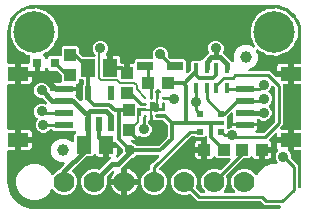
<source format=gbr>
G04 EAGLE Gerber RS-274X export*
G75*
%MOMM*%
%FSLAX34Y34*%
%LPD*%
%INTop Copper*%
%IPPOS*%
%AMOC8*
5,1,8,0,0,1.08239X$1,22.5*%
G01*
%ADD10R,1.240000X1.500000*%
%ADD11R,0.550000X1.200000*%
%ADD12R,1.000000X1.075000*%
%ADD13R,0.450000X0.900000*%
%ADD14R,0.500000X0.500000*%
%ADD15R,0.500000X0.400000*%
%ADD16C,3.516000*%
%ADD17R,1.550000X0.600000*%
%ADD18R,1.800000X1.200000*%
%ADD19C,1.000000*%
%ADD20R,0.800000X0.800000*%
%ADD21R,1.350000X0.800000*%
%ADD22R,1.075000X1.000000*%
%ADD23R,0.250000X0.275000*%
%ADD24R,0.275000X0.250000*%
%ADD25C,1.778000*%
%ADD26C,0.203200*%
%ADD27C,0.304800*%
%ADD28C,0.889000*%
%ADD29C,0.406400*%
%ADD30C,0.254000*%

G36*
X228622Y2543D02*
X228622Y2543D01*
X228700Y2545D01*
X232077Y2810D01*
X232145Y2824D01*
X232214Y2829D01*
X232370Y2869D01*
X233115Y3111D01*
X233223Y3162D01*
X233334Y3206D01*
X233367Y3229D01*
X233403Y3246D01*
X233495Y3322D01*
X233592Y3392D01*
X233617Y3423D01*
X233648Y3449D01*
X233718Y3545D01*
X233794Y3637D01*
X233811Y3674D01*
X233835Y3706D01*
X233879Y3817D01*
X233930Y3925D01*
X233937Y3964D01*
X233952Y4002D01*
X233967Y4120D01*
X233990Y4238D01*
X233987Y4277D01*
X233992Y4317D01*
X233977Y4436D01*
X233970Y4555D01*
X233958Y4593D01*
X233953Y4633D01*
X233909Y4744D01*
X233872Y4857D01*
X233850Y4891D01*
X233836Y4929D01*
X233766Y5025D01*
X233702Y5126D01*
X233672Y5154D01*
X233649Y5186D01*
X233557Y5262D01*
X233470Y5344D01*
X233435Y5363D01*
X233404Y5389D01*
X233296Y5440D01*
X233192Y5498D01*
X233153Y5508D01*
X233117Y5525D01*
X232999Y5547D01*
X232884Y5577D01*
X232824Y5581D01*
X232804Y5585D01*
X232784Y5583D01*
X232723Y5587D01*
X220393Y5587D01*
X216955Y9026D01*
X216877Y9086D01*
X216805Y9154D01*
X216752Y9183D01*
X216704Y9220D01*
X216613Y9260D01*
X216526Y9308D01*
X216468Y9323D01*
X216412Y9347D01*
X216314Y9362D01*
X216218Y9387D01*
X216118Y9393D01*
X216098Y9397D01*
X216086Y9395D01*
X216058Y9397D01*
X163732Y9397D01*
X161426Y11704D01*
X158057Y15072D01*
X158033Y15091D01*
X158014Y15113D01*
X157908Y15188D01*
X157806Y15267D01*
X157778Y15279D01*
X157754Y15296D01*
X157633Y15342D01*
X157514Y15394D01*
X157485Y15398D01*
X157457Y15409D01*
X157328Y15423D01*
X157200Y15444D01*
X157170Y15441D01*
X157141Y15444D01*
X157012Y15426D01*
X156883Y15414D01*
X156855Y15404D01*
X156826Y15400D01*
X156674Y15348D01*
X154573Y14477D01*
X150227Y14477D01*
X146213Y16140D01*
X143140Y19213D01*
X141477Y23227D01*
X141477Y27573D01*
X143140Y31587D01*
X146213Y34660D01*
X150227Y36323D01*
X154573Y36323D01*
X158587Y34660D01*
X161660Y31587D01*
X163323Y27573D01*
X163323Y23227D01*
X162452Y21126D01*
X162445Y21098D01*
X162431Y21072D01*
X162403Y20945D01*
X162369Y20820D01*
X162368Y20790D01*
X162362Y20761D01*
X162366Y20632D01*
X162363Y20502D01*
X162370Y20473D01*
X162371Y20443D01*
X162407Y20319D01*
X162438Y20192D01*
X162451Y20166D01*
X162460Y20138D01*
X162525Y20026D01*
X162586Y19911D01*
X162606Y19889D01*
X162621Y19864D01*
X162728Y19743D01*
X166096Y16374D01*
X166175Y16314D01*
X166247Y16246D01*
X166300Y16217D01*
X166348Y16180D01*
X166439Y16140D01*
X166525Y16092D01*
X166584Y16077D01*
X166639Y16053D01*
X166737Y16038D01*
X166833Y16013D01*
X166933Y16007D01*
X166954Y16003D01*
X166966Y16005D01*
X166994Y16003D01*
X168686Y16003D01*
X168824Y16020D01*
X168962Y16033D01*
X168981Y16040D01*
X169002Y16043D01*
X169131Y16094D01*
X169262Y16141D01*
X169278Y16152D01*
X169297Y16160D01*
X169409Y16241D01*
X169525Y16319D01*
X169538Y16335D01*
X169555Y16346D01*
X169643Y16454D01*
X169735Y16558D01*
X169744Y16576D01*
X169757Y16591D01*
X169817Y16717D01*
X169880Y16841D01*
X169884Y16861D01*
X169893Y16879D01*
X169919Y17016D01*
X169949Y17151D01*
X169949Y17172D01*
X169953Y17191D01*
X169944Y17330D01*
X169940Y17469D01*
X169934Y17489D01*
X169933Y17509D01*
X169890Y17641D01*
X169851Y17775D01*
X169841Y17792D01*
X169835Y17811D01*
X169761Y17929D01*
X169690Y18049D01*
X169671Y18070D01*
X169665Y18080D01*
X169650Y18094D01*
X169583Y18169D01*
X168540Y19213D01*
X166877Y23227D01*
X166877Y27573D01*
X168540Y31587D01*
X171613Y34660D01*
X175627Y36323D01*
X179973Y36323D01*
X182074Y35452D01*
X182102Y35445D01*
X182128Y35431D01*
X182255Y35403D01*
X182380Y35369D01*
X182410Y35368D01*
X182439Y35362D01*
X182568Y35366D01*
X182698Y35363D01*
X182727Y35370D01*
X182757Y35371D01*
X182881Y35407D01*
X183008Y35438D01*
X183034Y35451D01*
X183062Y35460D01*
X183174Y35526D01*
X183289Y35586D01*
X183311Y35606D01*
X183336Y35621D01*
X183457Y35728D01*
X191235Y43506D01*
X191320Y43615D01*
X191409Y43722D01*
X191417Y43741D01*
X191430Y43757D01*
X191485Y43885D01*
X191544Y44010D01*
X191548Y44030D01*
X191556Y44049D01*
X191578Y44187D01*
X191604Y44323D01*
X191603Y44343D01*
X191606Y44363D01*
X191593Y44502D01*
X191584Y44640D01*
X191578Y44659D01*
X191576Y44679D01*
X191529Y44811D01*
X191486Y44942D01*
X191475Y44960D01*
X191468Y44979D01*
X191390Y45094D01*
X191316Y45211D01*
X191301Y45225D01*
X191290Y45242D01*
X191186Y45334D01*
X191084Y45429D01*
X191067Y45439D01*
X191051Y45452D01*
X190927Y45516D01*
X190806Y45583D01*
X190786Y45588D01*
X190768Y45597D01*
X190632Y45627D01*
X190498Y45662D01*
X190470Y45664D01*
X190458Y45667D01*
X190437Y45666D01*
X190337Y45672D01*
X180083Y45672D01*
X178940Y46815D01*
X178841Y46892D01*
X178746Y46975D01*
X178715Y46990D01*
X178689Y47010D01*
X178573Y47060D01*
X178461Y47116D01*
X178428Y47123D01*
X178397Y47137D01*
X178273Y47156D01*
X178150Y47183D01*
X178116Y47181D01*
X178083Y47186D01*
X177957Y47175D01*
X177832Y47169D01*
X177800Y47160D01*
X177766Y47157D01*
X177648Y47114D01*
X177527Y47078D01*
X177499Y47060D01*
X177467Y47049D01*
X177363Y46978D01*
X177255Y46913D01*
X177232Y46889D01*
X177204Y46870D01*
X177120Y46776D01*
X177032Y46686D01*
X177006Y46646D01*
X176993Y46632D01*
X176983Y46613D01*
X176943Y46552D01*
X176708Y46145D01*
X176235Y45672D01*
X175656Y45337D01*
X175009Y45164D01*
X171799Y45164D01*
X171799Y51475D01*
X171784Y51593D01*
X171777Y51712D01*
X171764Y51750D01*
X171759Y51790D01*
X171716Y51901D01*
X171679Y52014D01*
X171657Y52048D01*
X171642Y52086D01*
X171573Y52182D01*
X171509Y52283D01*
X171479Y52311D01*
X171456Y52343D01*
X171364Y52419D01*
X171277Y52501D01*
X171242Y52520D01*
X171211Y52546D01*
X171103Y52597D01*
X170999Y52654D01*
X170959Y52664D01*
X170923Y52682D01*
X170816Y52702D01*
X170846Y52706D01*
X170956Y52750D01*
X171069Y52786D01*
X171104Y52808D01*
X171141Y52823D01*
X171237Y52893D01*
X171338Y52956D01*
X171366Y52986D01*
X171399Y53010D01*
X171475Y53101D01*
X171556Y53188D01*
X171576Y53223D01*
X171601Y53255D01*
X171652Y53362D01*
X171710Y53467D01*
X171720Y53506D01*
X171737Y53542D01*
X171759Y53659D01*
X171789Y53775D01*
X171793Y53835D01*
X171797Y53855D01*
X171795Y53875D01*
X171799Y53935D01*
X171799Y61405D01*
X171787Y61503D01*
X171784Y61602D01*
X171767Y61660D01*
X171759Y61721D01*
X171723Y61813D01*
X171703Y61881D01*
X171703Y62950D01*
X171686Y63088D01*
X171673Y63227D01*
X171666Y63246D01*
X171663Y63266D01*
X171612Y63395D01*
X171565Y63526D01*
X171554Y63543D01*
X171546Y63562D01*
X171465Y63674D01*
X171387Y63789D01*
X171371Y63802D01*
X171360Y63819D01*
X171252Y63908D01*
X171148Y64000D01*
X171130Y64009D01*
X171115Y64022D01*
X170989Y64081D01*
X170865Y64144D01*
X170845Y64149D01*
X170827Y64157D01*
X170690Y64183D01*
X170555Y64214D01*
X170534Y64213D01*
X170515Y64217D01*
X170376Y64208D01*
X170237Y64204D01*
X170217Y64199D01*
X170197Y64197D01*
X170065Y64155D01*
X169931Y64116D01*
X169914Y64105D01*
X169895Y64099D01*
X169777Y64025D01*
X169657Y63954D01*
X169636Y63936D01*
X169626Y63929D01*
X169612Y63914D01*
X169537Y63848D01*
X169094Y63405D01*
X162410Y63405D01*
X161552Y64264D01*
X161473Y64324D01*
X161401Y64392D01*
X161348Y64421D01*
X161300Y64458D01*
X161210Y64498D01*
X161123Y64546D01*
X161064Y64561D01*
X161009Y64585D01*
X160911Y64600D01*
X160815Y64625D01*
X160715Y64631D01*
X160695Y64635D01*
X160682Y64633D01*
X160654Y64635D01*
X158732Y64635D01*
X158634Y64623D01*
X158535Y64620D01*
X158476Y64603D01*
X158416Y64595D01*
X158324Y64559D01*
X158229Y64531D01*
X158177Y64501D01*
X158121Y64478D01*
X158041Y64420D01*
X157955Y64370D01*
X157880Y64304D01*
X157863Y64292D01*
X157855Y64282D01*
X157834Y64264D01*
X131026Y37455D01*
X130995Y37416D01*
X130958Y37382D01*
X130898Y37290D01*
X130831Y37204D01*
X130811Y37158D01*
X130784Y37116D01*
X130748Y37013D01*
X130704Y36912D01*
X130696Y36863D01*
X130680Y36816D01*
X130672Y36706D01*
X130654Y36598D01*
X130659Y36548D01*
X130655Y36499D01*
X130674Y36390D01*
X130684Y36281D01*
X130701Y36234D01*
X130710Y36185D01*
X130755Y36085D01*
X130792Y35982D01*
X130820Y35941D01*
X130840Y35895D01*
X130909Y35810D01*
X130970Y35719D01*
X131008Y35686D01*
X131039Y35647D01*
X131127Y35581D01*
X131209Y35508D01*
X131253Y35485D01*
X131293Y35456D01*
X131437Y35385D01*
X133187Y34660D01*
X136260Y31587D01*
X137923Y27573D01*
X137923Y23227D01*
X136260Y19213D01*
X133187Y16140D01*
X129173Y14477D01*
X124827Y14477D01*
X120813Y16140D01*
X117740Y19213D01*
X116077Y23227D01*
X116077Y27573D01*
X117740Y31587D01*
X120813Y34660D01*
X122914Y35530D01*
X122939Y35545D01*
X122967Y35554D01*
X123077Y35623D01*
X123190Y35688D01*
X123211Y35708D01*
X123236Y35724D01*
X123325Y35819D01*
X123418Y35909D01*
X123434Y35934D01*
X123454Y35956D01*
X123517Y36069D01*
X123585Y36180D01*
X123593Y36208D01*
X123608Y36234D01*
X123640Y36360D01*
X123678Y36484D01*
X123680Y36513D01*
X123687Y36542D01*
X123697Y36703D01*
X123697Y39468D01*
X126004Y41774D01*
X130576Y46347D01*
X130661Y46456D01*
X130750Y46563D01*
X130758Y46582D01*
X130771Y46598D01*
X130826Y46726D01*
X130885Y46851D01*
X130889Y46871D01*
X130897Y46890D01*
X130919Y47028D01*
X130945Y47164D01*
X130944Y47184D01*
X130947Y47204D01*
X130934Y47343D01*
X130925Y47481D01*
X130919Y47500D01*
X130917Y47520D01*
X130870Y47652D01*
X130827Y47783D01*
X130816Y47801D01*
X130809Y47820D01*
X130731Y47935D01*
X130657Y48052D01*
X130642Y48066D01*
X130631Y48083D01*
X130527Y48175D01*
X130425Y48270D01*
X130408Y48280D01*
X130392Y48293D01*
X130268Y48357D01*
X130147Y48424D01*
X130127Y48429D01*
X130109Y48438D01*
X129973Y48468D01*
X129839Y48503D01*
X129811Y48505D01*
X129799Y48508D01*
X129778Y48507D01*
X129678Y48513D01*
X112683Y48513D01*
X112585Y48501D01*
X112486Y48498D01*
X112427Y48481D01*
X112367Y48473D01*
X112275Y48437D01*
X112180Y48409D01*
X112128Y48379D01*
X112072Y48356D01*
X111992Y48298D01*
X111906Y48248D01*
X111831Y48182D01*
X111814Y48170D01*
X111807Y48160D01*
X111785Y48142D01*
X110349Y46705D01*
X107969Y45719D01*
X107873Y45719D01*
X107775Y45707D01*
X107676Y45704D01*
X107618Y45687D01*
X107558Y45679D01*
X107466Y45643D01*
X107371Y45615D01*
X107319Y45585D01*
X107262Y45562D01*
X107182Y45504D01*
X107097Y45454D01*
X107021Y45388D01*
X107005Y45376D01*
X106997Y45366D01*
X106976Y45348D01*
X99472Y37844D01*
X99412Y37766D01*
X99344Y37694D01*
X99315Y37641D01*
X99278Y37593D01*
X99238Y37502D01*
X99190Y37415D01*
X99175Y37357D01*
X99151Y37301D01*
X99136Y37203D01*
X99111Y37107D01*
X99105Y37007D01*
X99101Y36987D01*
X99102Y36975D01*
X99101Y36947D01*
X99101Y27899D01*
X90423Y27899D01*
X90451Y28077D01*
X91007Y29788D01*
X91823Y31391D01*
X92664Y32548D01*
X92693Y32600D01*
X92729Y32647D01*
X92769Y32739D01*
X92817Y32826D01*
X92832Y32884D01*
X92856Y32939D01*
X92871Y33038D01*
X92896Y33134D01*
X92896Y33194D01*
X92906Y33253D01*
X92896Y33353D01*
X92896Y33452D01*
X92881Y33510D01*
X92876Y33570D01*
X92842Y33664D01*
X92817Y33760D01*
X92789Y33813D01*
X92768Y33869D01*
X92712Y33952D01*
X92664Y34039D01*
X92623Y34083D01*
X92590Y34132D01*
X92515Y34198D01*
X92447Y34271D01*
X92396Y34303D01*
X92351Y34343D01*
X92262Y34388D01*
X92178Y34442D01*
X92121Y34460D01*
X92068Y34487D01*
X91971Y34509D01*
X91876Y34540D01*
X91816Y34544D01*
X91758Y34557D01*
X91658Y34554D01*
X91559Y34560D01*
X91500Y34549D01*
X91440Y34547D01*
X91344Y34520D01*
X91246Y34501D01*
X91192Y34476D01*
X91134Y34459D01*
X91049Y34409D01*
X90958Y34366D01*
X90912Y34328D01*
X90860Y34298D01*
X90740Y34191D01*
X86843Y30295D01*
X86825Y30271D01*
X86803Y30252D01*
X86728Y30146D01*
X86648Y30044D01*
X86637Y30016D01*
X86620Y29992D01*
X86574Y29871D01*
X86522Y29752D01*
X86517Y29723D01*
X86507Y29695D01*
X86492Y29566D01*
X86472Y29438D01*
X86475Y29408D01*
X86472Y29379D01*
X86490Y29250D01*
X86502Y29121D01*
X86512Y29093D01*
X86516Y29064D01*
X86568Y28912D01*
X87123Y27573D01*
X87123Y23227D01*
X85460Y19213D01*
X82387Y16140D01*
X78373Y14477D01*
X74027Y14477D01*
X70013Y16140D01*
X66940Y19213D01*
X65277Y23227D01*
X65277Y27573D01*
X66940Y31587D01*
X70013Y34660D01*
X74027Y36323D01*
X78373Y36323D01*
X79712Y35768D01*
X79740Y35760D01*
X79766Y35747D01*
X79893Y35718D01*
X80018Y35684D01*
X80048Y35684D01*
X80077Y35677D01*
X80206Y35681D01*
X80336Y35679D01*
X80365Y35686D01*
X80395Y35687D01*
X80519Y35723D01*
X80646Y35753D01*
X80672Y35767D01*
X80700Y35775D01*
X80812Y35841D01*
X80927Y35902D01*
X80949Y35922D01*
X80974Y35937D01*
X81095Y36043D01*
X87004Y41952D01*
X89740Y44689D01*
X89825Y44798D01*
X89914Y44905D01*
X89923Y44924D01*
X89935Y44940D01*
X89991Y45068D01*
X90050Y45193D01*
X90053Y45213D01*
X90061Y45232D01*
X90083Y45370D01*
X90109Y45506D01*
X90108Y45526D01*
X90111Y45546D01*
X90098Y45685D01*
X90090Y45823D01*
X90083Y45842D01*
X90081Y45862D01*
X90034Y45994D01*
X89992Y46125D01*
X89981Y46143D01*
X89974Y46162D01*
X89896Y46277D01*
X89821Y46394D01*
X89807Y46408D01*
X89795Y46425D01*
X89691Y46517D01*
X89590Y46612D01*
X89572Y46622D01*
X89557Y46635D01*
X89433Y46699D01*
X89311Y46766D01*
X89292Y46771D01*
X89274Y46780D01*
X89138Y46810D01*
X89003Y46845D01*
X88975Y46847D01*
X88963Y46850D01*
X88943Y46849D01*
X88843Y46855D01*
X88747Y46855D01*
X88747Y54357D01*
X94949Y54357D01*
X94949Y49062D01*
X94776Y48415D01*
X94444Y47841D01*
X94385Y47702D01*
X94325Y47561D01*
X94324Y47555D01*
X94321Y47548D01*
X94299Y47398D01*
X94275Y47247D01*
X94275Y47240D01*
X94274Y47234D01*
X94290Y47083D01*
X94305Y46930D01*
X94307Y46924D01*
X94308Y46917D01*
X94361Y46775D01*
X94412Y46631D01*
X94416Y46626D01*
X94418Y46619D01*
X94506Y46493D01*
X94591Y46368D01*
X94596Y46364D01*
X94600Y46358D01*
X94714Y46259D01*
X94829Y46158D01*
X94835Y46154D01*
X94840Y46150D01*
X94976Y46083D01*
X95112Y46013D01*
X95119Y46012D01*
X95125Y46008D01*
X95275Y45976D01*
X95423Y45943D01*
X95430Y45944D01*
X95436Y45942D01*
X95589Y45948D01*
X95741Y45953D01*
X95747Y45955D01*
X95754Y45955D01*
X95900Y45999D01*
X96046Y46041D01*
X96052Y46045D01*
X96058Y46047D01*
X96188Y46125D01*
X96320Y46203D01*
X96327Y46209D01*
X96331Y46211D01*
X96338Y46219D01*
X96441Y46309D01*
X99848Y49716D01*
X99866Y49740D01*
X99889Y49759D01*
X99963Y49865D01*
X100043Y49968D01*
X100055Y49995D01*
X100072Y50019D01*
X100118Y50140D01*
X100169Y50259D01*
X100174Y50289D01*
X100184Y50316D01*
X100199Y50445D01*
X100219Y50574D01*
X100216Y50603D01*
X100220Y50632D01*
X100202Y50755D01*
X100202Y52992D01*
X100190Y53090D01*
X100187Y53189D01*
X100170Y53247D01*
X100162Y53308D01*
X100126Y53400D01*
X100098Y53495D01*
X100068Y53547D01*
X100045Y53603D01*
X99987Y53683D01*
X99937Y53769D01*
X99871Y53844D01*
X99859Y53861D01*
X99849Y53868D01*
X99831Y53890D01*
X94657Y59063D01*
X94578Y59124D01*
X94506Y59192D01*
X94453Y59221D01*
X94405Y59258D01*
X94314Y59298D01*
X94228Y59345D01*
X94169Y59361D01*
X94113Y59385D01*
X94016Y59400D01*
X93920Y59425D01*
X93820Y59431D01*
X93799Y59435D01*
X93787Y59433D01*
X93759Y59435D01*
X87478Y59435D01*
X87360Y59420D01*
X87241Y59413D01*
X87203Y59400D01*
X87163Y59395D01*
X87052Y59351D01*
X86939Y59315D01*
X86904Y59293D01*
X86867Y59278D01*
X86771Y59208D01*
X86670Y59145D01*
X86642Y59115D01*
X86610Y59091D01*
X86534Y59000D01*
X86452Y58913D01*
X86433Y58878D01*
X86407Y58846D01*
X86356Y58739D01*
X86299Y58635D01*
X86288Y58595D01*
X86271Y58559D01*
X86249Y58442D01*
X86219Y58327D01*
X86215Y58266D01*
X86211Y58246D01*
X86213Y58226D01*
X86209Y58166D01*
X86209Y56895D01*
X84938Y56895D01*
X84820Y56880D01*
X84701Y56873D01*
X84663Y56860D01*
X84623Y56855D01*
X84512Y56811D01*
X84399Y56775D01*
X84364Y56753D01*
X84327Y56738D01*
X84231Y56668D01*
X84130Y56605D01*
X84102Y56575D01*
X84069Y56551D01*
X83994Y56460D01*
X83912Y56373D01*
X83892Y56338D01*
X83867Y56306D01*
X83816Y56199D01*
X83758Y56095D01*
X83748Y56055D01*
X83731Y56019D01*
X83709Y55902D01*
X83679Y55787D01*
X83675Y55726D01*
X83671Y55706D01*
X83673Y55686D01*
X83669Y55626D01*
X83669Y46855D01*
X79674Y46855D01*
X79027Y47028D01*
X78448Y47363D01*
X77975Y47836D01*
X77612Y48465D01*
X77536Y48565D01*
X77465Y48669D01*
X77440Y48692D01*
X77419Y48719D01*
X77321Y48797D01*
X77227Y48880D01*
X77197Y48895D01*
X77170Y48916D01*
X77055Y48967D01*
X76943Y49025D01*
X76910Y49032D01*
X76880Y49046D01*
X76755Y49067D01*
X76633Y49094D01*
X76599Y49093D01*
X76566Y49099D01*
X76441Y49088D01*
X76315Y49085D01*
X76283Y49075D01*
X76249Y49072D01*
X76130Y49031D01*
X76010Y48996D01*
X75981Y48979D01*
X75949Y48968D01*
X75844Y48898D01*
X75736Y48835D01*
X75699Y48802D01*
X75684Y48792D01*
X75669Y48776D01*
X75615Y48728D01*
X74250Y47363D01*
X70147Y47363D01*
X70049Y47351D01*
X69950Y47348D01*
X69892Y47331D01*
X69832Y47323D01*
X69740Y47287D01*
X69645Y47259D01*
X69593Y47229D01*
X69536Y47206D01*
X69456Y47148D01*
X69371Y47098D01*
X69295Y47032D01*
X69279Y47020D01*
X69271Y47010D01*
X69250Y46992D01*
X57850Y35592D01*
X57777Y35498D01*
X57698Y35409D01*
X57680Y35373D01*
X57655Y35341D01*
X57608Y35231D01*
X57554Y35125D01*
X57545Y35086D01*
X57529Y35049D01*
X57510Y34931D01*
X57484Y34815D01*
X57485Y34775D01*
X57479Y34735D01*
X57490Y34616D01*
X57494Y34497D01*
X57505Y34458D01*
X57509Y34418D01*
X57549Y34306D01*
X57582Y34192D01*
X57603Y34157D01*
X57616Y34119D01*
X57683Y34020D01*
X57744Y33918D01*
X57784Y33872D01*
X57795Y33856D01*
X57810Y33842D01*
X57850Y33797D01*
X60060Y31587D01*
X61723Y27573D01*
X61723Y23227D01*
X60060Y19213D01*
X56987Y16140D01*
X52973Y14477D01*
X48627Y14477D01*
X44613Y16140D01*
X41489Y19264D01*
X41476Y19289D01*
X41462Y19304D01*
X41452Y19321D01*
X41355Y19422D01*
X41262Y19524D01*
X41245Y19535D01*
X41231Y19550D01*
X41112Y19623D01*
X40996Y19699D01*
X40977Y19706D01*
X40960Y19716D01*
X40827Y19757D01*
X40695Y19802D01*
X40675Y19804D01*
X40656Y19810D01*
X40517Y19816D01*
X40378Y19828D01*
X40358Y19824D01*
X40338Y19825D01*
X40202Y19797D01*
X40065Y19773D01*
X40046Y19765D01*
X40027Y19761D01*
X39902Y19700D01*
X39775Y19643D01*
X39759Y19630D01*
X39741Y19621D01*
X39635Y19531D01*
X39526Y19444D01*
X39514Y19428D01*
X39499Y19415D01*
X39419Y19301D01*
X39335Y19190D01*
X39323Y19165D01*
X39316Y19155D01*
X39309Y19136D01*
X39264Y19045D01*
X38320Y16767D01*
X34033Y12480D01*
X28432Y10159D01*
X22368Y10159D01*
X16767Y12480D01*
X12480Y16767D01*
X10159Y22368D01*
X10159Y28432D01*
X12480Y34033D01*
X16767Y38320D01*
X22368Y40641D01*
X28432Y40641D01*
X34033Y38320D01*
X38320Y34033D01*
X39264Y31755D01*
X39333Y31634D01*
X39398Y31511D01*
X39412Y31496D01*
X39422Y31478D01*
X39519Y31378D01*
X39612Y31276D01*
X39629Y31265D01*
X39643Y31250D01*
X39762Y31177D01*
X39878Y31101D01*
X39897Y31094D01*
X39914Y31084D01*
X40047Y31043D01*
X40179Y30998D01*
X40199Y30996D01*
X40218Y30990D01*
X40357Y30984D01*
X40496Y30973D01*
X40516Y30976D01*
X40536Y30975D01*
X40672Y31003D01*
X40809Y31027D01*
X40827Y31035D01*
X40847Y31039D01*
X40973Y31101D01*
X41099Y31158D01*
X41115Y31170D01*
X41133Y31179D01*
X41239Y31270D01*
X41347Y31356D01*
X41360Y31372D01*
X41375Y31385D01*
X41455Y31500D01*
X41464Y31511D01*
X44613Y34660D01*
X45952Y35214D01*
X45977Y35229D01*
X46005Y35238D01*
X46115Y35308D01*
X46228Y35372D01*
X46249Y35393D01*
X46274Y35408D01*
X46363Y35503D01*
X46456Y35593D01*
X46472Y35618D01*
X46492Y35640D01*
X46555Y35754D01*
X46617Y35856D01*
X50664Y39903D01*
X50749Y40012D01*
X50838Y40119D01*
X50847Y40138D01*
X50859Y40154D01*
X50915Y40282D01*
X50974Y40407D01*
X50977Y40427D01*
X50985Y40446D01*
X51007Y40584D01*
X51033Y40720D01*
X51032Y40740D01*
X51035Y40760D01*
X51022Y40899D01*
X51014Y41037D01*
X51007Y41056D01*
X51005Y41076D01*
X50958Y41208D01*
X50916Y41339D01*
X50905Y41357D01*
X50898Y41376D01*
X50820Y41491D01*
X50745Y41608D01*
X50731Y41622D01*
X50719Y41639D01*
X50615Y41731D01*
X50514Y41826D01*
X50496Y41836D01*
X50481Y41849D01*
X50357Y41913D01*
X50235Y41980D01*
X50216Y41985D01*
X50198Y41994D01*
X50062Y42024D01*
X49927Y42059D01*
X49899Y42061D01*
X49887Y42064D01*
X49867Y42063D01*
X49767Y42069D01*
X46850Y42069D01*
X42209Y44749D01*
X39529Y49390D01*
X39529Y54750D01*
X42209Y59391D01*
X46850Y62071D01*
X52210Y62071D01*
X57071Y59264D01*
X57194Y59212D01*
X57313Y59156D01*
X57340Y59151D01*
X57365Y59141D01*
X57496Y59121D01*
X57626Y59096D01*
X57652Y59098D01*
X57679Y59094D01*
X57811Y59108D01*
X57943Y59116D01*
X57969Y59124D01*
X57995Y59127D01*
X58120Y59173D01*
X58245Y59214D01*
X58268Y59229D01*
X58294Y59238D01*
X58402Y59313D01*
X58514Y59384D01*
X58533Y59404D01*
X58555Y59419D01*
X58641Y59519D01*
X58732Y59616D01*
X58745Y59640D01*
X58763Y59660D01*
X58822Y59779D01*
X58886Y59894D01*
X58892Y59920D01*
X58904Y59945D01*
X58932Y60074D01*
X58965Y60202D01*
X58967Y60240D01*
X58971Y60256D01*
X58970Y60278D01*
X58975Y60363D01*
X58975Y65238D01*
X60438Y66701D01*
X60523Y66810D01*
X60612Y66917D01*
X60620Y66936D01*
X60633Y66952D01*
X60688Y67080D01*
X60747Y67205D01*
X60751Y67225D01*
X60759Y67244D01*
X60781Y67382D01*
X60807Y67518D01*
X60806Y67538D01*
X60809Y67558D01*
X60796Y67697D01*
X60787Y67835D01*
X60781Y67854D01*
X60779Y67874D01*
X60732Y68006D01*
X60689Y68137D01*
X60678Y68155D01*
X60672Y68174D01*
X60593Y68289D01*
X60519Y68406D01*
X60504Y68420D01*
X60493Y68437D01*
X60389Y68529D01*
X60287Y68624D01*
X60270Y68634D01*
X60255Y68647D01*
X60130Y68711D01*
X60009Y68778D01*
X59989Y68783D01*
X59971Y68792D01*
X59835Y68822D01*
X59701Y68857D01*
X59673Y68859D01*
X59661Y68862D01*
X59641Y68861D01*
X59540Y68867D01*
X41948Y68867D01*
X40590Y70226D01*
X40511Y70286D01*
X40439Y70354D01*
X40386Y70383D01*
X40338Y70420D01*
X40248Y70460D01*
X40161Y70508D01*
X40102Y70523D01*
X40047Y70547D01*
X39949Y70562D01*
X39853Y70587D01*
X39753Y70593D01*
X39733Y70597D01*
X39720Y70595D01*
X39692Y70597D01*
X39611Y70597D01*
X39582Y70594D01*
X39552Y70596D01*
X39424Y70574D01*
X39295Y70557D01*
X39268Y70547D01*
X39239Y70542D01*
X39120Y70488D01*
X39000Y70440D01*
X38976Y70423D01*
X38949Y70411D01*
X38847Y70330D01*
X38742Y70254D01*
X38724Y70231D01*
X38701Y70212D01*
X38622Y70109D01*
X38588Y70067D01*
X36689Y68168D01*
X34309Y67182D01*
X31731Y67182D01*
X29351Y68168D01*
X27528Y69991D01*
X26542Y72371D01*
X26542Y74949D01*
X27528Y77329D01*
X28042Y77843D01*
X28115Y77937D01*
X28193Y78026D01*
X28212Y78062D01*
X28237Y78094D01*
X28284Y78203D01*
X28338Y78309D01*
X28347Y78348D01*
X28363Y78386D01*
X28382Y78503D01*
X28408Y78619D01*
X28406Y78660D01*
X28413Y78700D01*
X28402Y78818D01*
X28398Y78937D01*
X28387Y78976D01*
X28383Y79016D01*
X28343Y79128D01*
X28310Y79243D01*
X28289Y79278D01*
X28275Y79316D01*
X28208Y79414D01*
X28148Y79517D01*
X28108Y79562D01*
X28097Y79579D01*
X28081Y79592D01*
X28042Y79638D01*
X26258Y81421D01*
X25272Y83801D01*
X25272Y86379D01*
X26258Y88759D01*
X28081Y90582D01*
X30461Y91568D01*
X33039Y91568D01*
X34425Y90994D01*
X34492Y90975D01*
X34556Y90947D01*
X34645Y90933D01*
X34731Y90910D01*
X34801Y90908D01*
X34870Y90898D01*
X34960Y90906D01*
X35049Y90905D01*
X35117Y90921D01*
X35187Y90927D01*
X35271Y90958D01*
X35359Y90979D01*
X35420Y91011D01*
X35486Y91035D01*
X35560Y91085D01*
X35640Y91127D01*
X35691Y91174D01*
X35749Y91214D01*
X35809Y91281D01*
X35875Y91341D01*
X35914Y91400D01*
X35960Y91452D01*
X36001Y91532D01*
X36050Y91607D01*
X36073Y91673D01*
X36104Y91735D01*
X36124Y91823D01*
X36153Y91908D01*
X36159Y91977D01*
X36174Y92046D01*
X36171Y92135D01*
X36178Y92225D01*
X36166Y92294D01*
X36164Y92363D01*
X36139Y92450D01*
X36124Y92538D01*
X36095Y92602D01*
X36076Y92669D01*
X36030Y92746D01*
X35993Y92828D01*
X35950Y92883D01*
X35914Y92943D01*
X35808Y93064D01*
X32851Y96021D01*
X32773Y96081D01*
X32701Y96149D01*
X32648Y96178D01*
X32600Y96215D01*
X32509Y96255D01*
X32422Y96303D01*
X32364Y96318D01*
X32308Y96342D01*
X32210Y96357D01*
X32114Y96382D01*
X32014Y96388D01*
X31994Y96392D01*
X31982Y96390D01*
X31954Y96392D01*
X30461Y96392D01*
X28081Y97378D01*
X26258Y99201D01*
X25272Y101581D01*
X25272Y104159D01*
X26258Y106539D01*
X28081Y108362D01*
X30461Y109348D01*
X33039Y109348D01*
X35419Y108362D01*
X37242Y106539D01*
X37807Y105173D01*
X37842Y105113D01*
X37868Y105048D01*
X37920Y104975D01*
X37965Y104897D01*
X38013Y104847D01*
X38054Y104790D01*
X38124Y104733D01*
X38186Y104669D01*
X38246Y104632D01*
X38299Y104588D01*
X38313Y104581D01*
X38307Y104559D01*
X38290Y104523D01*
X38268Y104406D01*
X38238Y104291D01*
X38234Y104231D01*
X38230Y104211D01*
X38232Y104190D01*
X38228Y104130D01*
X38228Y103670D01*
X38243Y103552D01*
X38250Y103433D01*
X38263Y103395D01*
X38268Y103354D01*
X38311Y103244D01*
X38348Y103131D01*
X38370Y103096D01*
X38385Y103059D01*
X38454Y102962D01*
X38518Y102862D01*
X38548Y102834D01*
X38571Y102801D01*
X38663Y102725D01*
X38750Y102644D01*
X38785Y102624D01*
X38816Y102599D01*
X38924Y102548D01*
X39028Y102490D01*
X39068Y102480D01*
X39104Y102463D01*
X39221Y102441D01*
X39336Y102411D01*
X39396Y102407D01*
X39416Y102403D01*
X39437Y102405D01*
X39497Y102401D01*
X50310Y102401D01*
X50428Y102416D01*
X50547Y102423D01*
X50554Y102425D01*
X50610Y102411D01*
X50670Y102407D01*
X50690Y102403D01*
X50710Y102405D01*
X50770Y102401D01*
X60831Y102401D01*
X60831Y100566D01*
X60658Y99919D01*
X60256Y99223D01*
X60212Y99120D01*
X60161Y99020D01*
X60151Y98974D01*
X60132Y98930D01*
X60116Y98819D01*
X60091Y98709D01*
X60093Y98662D01*
X60086Y98615D01*
X60098Y98504D01*
X60101Y98391D01*
X60114Y98346D01*
X60119Y98299D01*
X60158Y98194D01*
X60189Y98086D01*
X60213Y98045D01*
X60230Y98001D01*
X60294Y97909D01*
X60351Y97812D01*
X60399Y97757D01*
X60411Y97740D01*
X60425Y97728D01*
X60457Y97691D01*
X64069Y94080D01*
X64178Y93995D01*
X64285Y93906D01*
X64304Y93897D01*
X64320Y93885D01*
X64448Y93829D01*
X64573Y93770D01*
X64593Y93767D01*
X64612Y93759D01*
X64750Y93737D01*
X64886Y93711D01*
X64906Y93712D01*
X64926Y93709D01*
X65065Y93722D01*
X65203Y93730D01*
X65222Y93737D01*
X65242Y93739D01*
X65374Y93786D01*
X65505Y93828D01*
X65523Y93839D01*
X65542Y93846D01*
X65657Y93924D01*
X65774Y93999D01*
X65788Y94013D01*
X65805Y94025D01*
X65897Y94129D01*
X65992Y94230D01*
X66002Y94248D01*
X66015Y94263D01*
X66079Y94387D01*
X66146Y94509D01*
X66151Y94528D01*
X66160Y94546D01*
X66190Y94682D01*
X66225Y94817D01*
X66227Y94845D01*
X66230Y94857D01*
X66229Y94877D01*
X66235Y94977D01*
X66235Y107473D01*
X67089Y108327D01*
X67150Y108405D01*
X67218Y108478D01*
X67247Y108531D01*
X67284Y108578D01*
X67324Y108669D01*
X67372Y108756D01*
X67387Y108815D01*
X67411Y108870D01*
X67426Y108968D01*
X67451Y109064D01*
X67457Y109164D01*
X67461Y109184D01*
X67459Y109197D01*
X67461Y109225D01*
X67461Y111118D01*
X67446Y111236D01*
X67439Y111355D01*
X67426Y111393D01*
X67421Y111434D01*
X67378Y111544D01*
X67341Y111657D01*
X67319Y111692D01*
X67304Y111729D01*
X67235Y111825D01*
X67171Y111926D01*
X67141Y111954D01*
X67118Y111987D01*
X67026Y112063D01*
X66939Y112144D01*
X66904Y112164D01*
X66873Y112189D01*
X66765Y112240D01*
X66661Y112298D01*
X66621Y112308D01*
X66585Y112325D01*
X66468Y112347D01*
X66353Y112377D01*
X66293Y112381D01*
X66273Y112385D01*
X66252Y112383D01*
X66192Y112387D01*
X64182Y112387D01*
X64064Y112372D01*
X63945Y112365D01*
X63907Y112352D01*
X63866Y112347D01*
X63756Y112304D01*
X63643Y112267D01*
X63608Y112245D01*
X63571Y112230D01*
X63475Y112161D01*
X63374Y112097D01*
X63346Y112067D01*
X63313Y112044D01*
X63237Y111952D01*
X63156Y111865D01*
X63136Y111830D01*
X63111Y111799D01*
X63060Y111691D01*
X63002Y111587D01*
X62992Y111547D01*
X62975Y111511D01*
X62953Y111394D01*
X62923Y111279D01*
X62919Y111219D01*
X62915Y111199D01*
X62917Y111178D01*
X62913Y111118D01*
X62913Y109743D01*
X61621Y108452D01*
X61561Y108432D01*
X61526Y108410D01*
X61489Y108395D01*
X61393Y108326D01*
X61292Y108262D01*
X61264Y108232D01*
X61231Y108209D01*
X61155Y108117D01*
X61074Y108030D01*
X61054Y107995D01*
X61029Y107964D01*
X60978Y107856D01*
X60920Y107752D01*
X60910Y107712D01*
X60893Y107676D01*
X60871Y107559D01*
X60841Y107444D01*
X60837Y107384D01*
X60833Y107364D01*
X60835Y107343D01*
X60831Y107283D01*
X60831Y105399D01*
X50770Y105399D01*
X50652Y105384D01*
X50533Y105377D01*
X50526Y105375D01*
X50470Y105389D01*
X50410Y105393D01*
X50390Y105397D01*
X50370Y105395D01*
X50310Y105399D01*
X40218Y105399D01*
X40222Y105431D01*
X40239Y105498D01*
X40249Y105659D01*
X40249Y107234D01*
X40422Y107881D01*
X40757Y108460D01*
X41230Y108933D01*
X41809Y109268D01*
X42456Y109441D01*
X47578Y109441D01*
X47696Y109456D01*
X47815Y109463D01*
X47853Y109476D01*
X47894Y109481D01*
X48004Y109524D01*
X48117Y109561D01*
X48152Y109583D01*
X48189Y109598D01*
X48285Y109667D01*
X48386Y109731D01*
X48414Y109761D01*
X48447Y109784D01*
X48523Y109876D01*
X48604Y109963D01*
X48624Y109998D01*
X48649Y110029D01*
X48700Y110137D01*
X48758Y110241D01*
X48768Y110281D01*
X48785Y110317D01*
X48807Y110434D01*
X48837Y110549D01*
X48841Y110609D01*
X48845Y110629D01*
X48843Y110650D01*
X48847Y110710D01*
X48847Y114746D01*
X48835Y114844D01*
X48832Y114943D01*
X48815Y115002D01*
X48807Y115062D01*
X48771Y115154D01*
X48743Y115249D01*
X48713Y115301D01*
X48690Y115357D01*
X48632Y115437D01*
X48582Y115523D01*
X48516Y115598D01*
X48504Y115615D01*
X48494Y115623D01*
X48476Y115644D01*
X44794Y119326D01*
X44715Y119386D01*
X44643Y119454D01*
X44590Y119483D01*
X44542Y119520D01*
X44451Y119560D01*
X44365Y119608D01*
X44306Y119623D01*
X44251Y119647D01*
X44153Y119662D01*
X44057Y119687D01*
X43957Y119693D01*
X43936Y119697D01*
X43924Y119695D01*
X43896Y119697D01*
X38218Y119697D01*
X37016Y120899D01*
X37008Y120962D01*
X36991Y121113D01*
X36988Y121119D01*
X36987Y121126D01*
X36931Y121268D01*
X36877Y121410D01*
X36873Y121416D01*
X36870Y121422D01*
X36781Y121545D01*
X36693Y121669D01*
X36688Y121674D01*
X36684Y121679D01*
X36565Y121777D01*
X36450Y121875D01*
X36444Y121878D01*
X36439Y121882D01*
X36302Y121946D01*
X36164Y122013D01*
X36157Y122015D01*
X36151Y122018D01*
X36003Y122046D01*
X35852Y122076D01*
X35845Y122076D01*
X35839Y122077D01*
X35687Y122068D01*
X35534Y122060D01*
X35528Y122058D01*
X35521Y122058D01*
X35376Y122011D01*
X35231Y121965D01*
X35225Y121962D01*
X35219Y121960D01*
X35090Y121878D01*
X34960Y121798D01*
X34956Y121793D01*
X34950Y121789D01*
X34845Y121678D01*
X34740Y121569D01*
X34737Y121563D01*
X34732Y121558D01*
X34658Y121424D01*
X34583Y121292D01*
X34581Y121283D01*
X34578Y121279D01*
X34576Y121269D01*
X34532Y121139D01*
X34428Y120749D01*
X34093Y120170D01*
X33620Y119697D01*
X33041Y119362D01*
X32394Y119189D01*
X30059Y119189D01*
X30059Y125000D01*
X30044Y125118D01*
X30037Y125237D01*
X30024Y125275D01*
X30019Y125315D01*
X29976Y125426D01*
X29939Y125539D01*
X29917Y125573D01*
X29902Y125611D01*
X29833Y125707D01*
X29769Y125808D01*
X29739Y125836D01*
X29716Y125868D01*
X29624Y125944D01*
X29537Y126026D01*
X29502Y126045D01*
X29471Y126071D01*
X29363Y126122D01*
X29259Y126179D01*
X29219Y126189D01*
X29183Y126207D01*
X29066Y126229D01*
X28951Y126259D01*
X28891Y126263D01*
X28871Y126266D01*
X28850Y126265D01*
X28790Y126269D01*
X27330Y126269D01*
X27212Y126254D01*
X27093Y126247D01*
X27055Y126234D01*
X27014Y126229D01*
X26904Y126185D01*
X26791Y126149D01*
X26756Y126127D01*
X26719Y126112D01*
X26622Y126042D01*
X26522Y125979D01*
X26494Y125949D01*
X26461Y125925D01*
X26385Y125834D01*
X26304Y125747D01*
X26284Y125712D01*
X26259Y125680D01*
X26208Y125573D01*
X26150Y125468D01*
X26140Y125429D01*
X26123Y125393D01*
X26101Y125276D01*
X26071Y125160D01*
X26067Y125100D01*
X26063Y125080D01*
X26065Y125060D01*
X26061Y125000D01*
X26061Y119189D01*
X23726Y119189D01*
X22954Y119396D01*
X22869Y119408D01*
X22786Y119429D01*
X22650Y119438D01*
X22639Y119439D01*
X22635Y119439D01*
X22626Y119439D01*
X14079Y119439D01*
X14079Y125441D01*
X20250Y125441D01*
X20368Y125456D01*
X20487Y125463D01*
X20525Y125475D01*
X20566Y125481D01*
X20676Y125524D01*
X20789Y125561D01*
X20824Y125583D01*
X20861Y125598D01*
X20957Y125667D01*
X21058Y125731D01*
X21086Y125761D01*
X21119Y125784D01*
X21195Y125876D01*
X21276Y125963D01*
X21296Y125998D01*
X21321Y126029D01*
X21372Y126137D01*
X21430Y126241D01*
X21440Y126281D01*
X21457Y126317D01*
X21479Y126434D01*
X21509Y126549D01*
X21513Y126609D01*
X21517Y126629D01*
X21515Y126650D01*
X21519Y126710D01*
X21519Y130064D01*
X21692Y130711D01*
X21899Y131068D01*
X21916Y131108D01*
X21939Y131144D01*
X21977Y131254D01*
X22022Y131362D01*
X22028Y131404D01*
X22042Y131445D01*
X22052Y131561D01*
X22069Y131676D01*
X22064Y131719D01*
X22068Y131762D01*
X22048Y131877D01*
X22036Y131992D01*
X22021Y132033D01*
X22013Y132075D01*
X21965Y132181D01*
X21925Y132291D01*
X21900Y132326D01*
X21883Y132365D01*
X21810Y132456D01*
X21743Y132552D01*
X21711Y132580D01*
X21684Y132613D01*
X21591Y132683D01*
X21503Y132760D01*
X21464Y132779D01*
X21430Y132805D01*
X21285Y132876D01*
X20951Y133014D01*
X20852Y133041D01*
X20757Y133077D01*
X20665Y133092D01*
X20644Y133098D01*
X20631Y133098D01*
X20598Y133104D01*
X19179Y133253D01*
X16215Y134964D01*
X16213Y134965D01*
X16210Y134967D01*
X16066Y135038D01*
X14290Y135773D01*
X13693Y136370D01*
X13626Y136422D01*
X13565Y136483D01*
X13451Y136558D01*
X13442Y136565D01*
X13438Y136567D01*
X13431Y136572D01*
X11929Y137439D01*
X10139Y139903D01*
X10126Y139917D01*
X10116Y139933D01*
X10009Y140054D01*
X8773Y141290D01*
X8357Y142296D01*
X8322Y142356D01*
X8297Y142420D01*
X8211Y142556D01*
X7008Y144211D01*
X6447Y146849D01*
X6436Y146883D01*
X6431Y146919D01*
X6379Y147071D01*
X5787Y148499D01*
X5787Y149822D01*
X5781Y149874D01*
X5783Y149926D01*
X5760Y150086D01*
X5268Y152400D01*
X5760Y154714D01*
X5764Y154767D01*
X5777Y154817D01*
X5787Y154978D01*
X5787Y156301D01*
X6379Y157729D01*
X6388Y157763D01*
X6404Y157795D01*
X6447Y157951D01*
X7008Y160589D01*
X8211Y162244D01*
X8244Y162305D01*
X8286Y162360D01*
X8357Y162504D01*
X8773Y163510D01*
X10009Y164746D01*
X10021Y164761D01*
X10036Y164773D01*
X10139Y164897D01*
X11929Y167361D01*
X13431Y168228D01*
X13499Y168280D01*
X13573Y168324D01*
X13675Y168414D01*
X13684Y168421D01*
X13687Y168424D01*
X13693Y168430D01*
X14290Y169027D01*
X16066Y169762D01*
X16068Y169764D01*
X16071Y169764D01*
X16215Y169836D01*
X18972Y171428D01*
X18993Y171444D01*
X19017Y171455D01*
X19119Y171540D01*
X19166Y171575D01*
X19203Y171568D01*
X19229Y171569D01*
X19256Y171565D01*
X19416Y171572D01*
X20598Y171696D01*
X20698Y171720D01*
X20799Y171734D01*
X20887Y171764D01*
X20908Y171769D01*
X20920Y171775D01*
X20951Y171786D01*
X21499Y172013D01*
X23543Y172013D01*
X23560Y172015D01*
X23676Y172020D01*
X27504Y172422D01*
X28573Y172075D01*
X28690Y172053D01*
X28805Y172023D01*
X28865Y172019D01*
X28885Y172015D01*
X28906Y172017D01*
X28965Y172013D01*
X29301Y172013D01*
X31209Y171222D01*
X31230Y171217D01*
X31303Y171188D01*
X35466Y169835D01*
X36078Y169285D01*
X36189Y169207D01*
X36297Y169126D01*
X36327Y169111D01*
X36339Y169103D01*
X36359Y169096D01*
X36441Y169055D01*
X36510Y169027D01*
X37805Y167732D01*
X37819Y167721D01*
X37853Y167686D01*
X41687Y164234D01*
X41900Y163756D01*
X41979Y163626D01*
X42250Y162971D01*
X42255Y162962D01*
X42263Y162941D01*
X45092Y156586D01*
X45092Y148214D01*
X42263Y141859D01*
X42260Y141849D01*
X42250Y141829D01*
X41994Y141211D01*
X41975Y141187D01*
X41970Y141179D01*
X41968Y141175D01*
X41963Y141164D01*
X41900Y141044D01*
X41687Y140566D01*
X37853Y137114D01*
X37841Y137100D01*
X37805Y137068D01*
X36510Y135773D01*
X36441Y135745D01*
X36324Y135678D01*
X36204Y135615D01*
X36177Y135594D01*
X36165Y135587D01*
X36150Y135572D01*
X36078Y135515D01*
X35466Y134965D01*
X33448Y134309D01*
X33352Y134264D01*
X33252Y134227D01*
X33208Y134196D01*
X33160Y134174D01*
X33078Y134106D01*
X32991Y134046D01*
X32956Y134005D01*
X32915Y133971D01*
X32852Y133885D01*
X32783Y133805D01*
X32759Y133757D01*
X32728Y133714D01*
X32689Y133615D01*
X32641Y133520D01*
X32630Y133468D01*
X32611Y133418D01*
X32597Y133313D01*
X32575Y133209D01*
X32577Y133156D01*
X32571Y133103D01*
X32584Y132998D01*
X32588Y132891D01*
X32604Y132840D01*
X32610Y132787D01*
X32649Y132689D01*
X32680Y132587D01*
X32707Y132541D01*
X32727Y132491D01*
X32789Y132405D01*
X32844Y132315D01*
X32882Y132277D01*
X32914Y132234D01*
X32995Y132166D01*
X33071Y132092D01*
X33142Y132045D01*
X33159Y132031D01*
X33173Y132024D01*
X33205Y132003D01*
X33620Y131763D01*
X34093Y131290D01*
X34428Y130711D01*
X34532Y130321D01*
X34590Y130180D01*
X34646Y130038D01*
X34650Y130033D01*
X34652Y130026D01*
X34744Y129903D01*
X34832Y129781D01*
X34838Y129776D01*
X34842Y129771D01*
X34960Y129676D01*
X35077Y129578D01*
X35084Y129575D01*
X35089Y129571D01*
X35228Y129507D01*
X35365Y129442D01*
X35372Y129441D01*
X35378Y129438D01*
X35529Y129411D01*
X35678Y129383D01*
X35684Y129383D01*
X35691Y129382D01*
X35843Y129393D01*
X35995Y129402D01*
X36001Y129405D01*
X36008Y129405D01*
X36154Y129454D01*
X36297Y129500D01*
X36303Y129504D01*
X36310Y129506D01*
X36438Y129589D01*
X36566Y129671D01*
X36571Y129676D01*
X36576Y129679D01*
X36679Y129790D01*
X36784Y129902D01*
X36787Y129908D01*
X36792Y129913D01*
X36864Y130047D01*
X36938Y130181D01*
X36939Y130187D01*
X36942Y130193D01*
X36979Y130342D01*
X37017Y130489D01*
X37018Y130498D01*
X37019Y130502D01*
X37019Y130513D01*
X37022Y130567D01*
X38218Y131763D01*
X47578Y131763D01*
X47696Y131778D01*
X47815Y131785D01*
X47853Y131798D01*
X47894Y131803D01*
X48004Y131846D01*
X48117Y131883D01*
X48152Y131905D01*
X48189Y131920D01*
X48285Y131989D01*
X48386Y132053D01*
X48414Y132083D01*
X48447Y132106D01*
X48523Y132198D01*
X48604Y132285D01*
X48624Y132320D01*
X48649Y132351D01*
X48700Y132459D01*
X48758Y132563D01*
X48768Y132603D01*
X48785Y132639D01*
X48807Y132756D01*
X48837Y132871D01*
X48841Y132931D01*
X48845Y132951D01*
X48843Y132972D01*
X48847Y133032D01*
X48847Y139177D01*
X50038Y140368D01*
X61722Y140368D01*
X62913Y139177D01*
X62913Y135073D01*
X62925Y134975D01*
X62928Y134876D01*
X62945Y134818D01*
X62953Y134757D01*
X62989Y134665D01*
X63017Y134570D01*
X63047Y134518D01*
X63070Y134462D01*
X63128Y134382D01*
X63178Y134296D01*
X63244Y134221D01*
X63256Y134204D01*
X63266Y134197D01*
X63284Y134175D01*
X65635Y131824D01*
X65714Y131764D01*
X65786Y131696D01*
X65839Y131667D01*
X65887Y131630D01*
X65978Y131590D01*
X66064Y131542D01*
X66123Y131527D01*
X66179Y131503D01*
X66277Y131488D01*
X66372Y131463D01*
X66472Y131457D01*
X66493Y131453D01*
X66505Y131455D01*
X66533Y131453D01*
X75944Y131453D01*
X76062Y131468D01*
X76181Y131475D01*
X76219Y131488D01*
X76260Y131493D01*
X76370Y131536D01*
X76483Y131573D01*
X76518Y131595D01*
X76555Y131610D01*
X76651Y131679D01*
X76752Y131743D01*
X76780Y131773D01*
X76813Y131796D01*
X76889Y131888D01*
X76970Y131975D01*
X76990Y132010D01*
X77015Y132041D01*
X77066Y132149D01*
X77124Y132253D01*
X77134Y132293D01*
X77151Y132329D01*
X77173Y132446D01*
X77203Y132561D01*
X77207Y132621D01*
X77211Y132641D01*
X77209Y132662D01*
X77213Y132722D01*
X77213Y132810D01*
X77201Y132908D01*
X77198Y133007D01*
X77181Y133066D01*
X77173Y133126D01*
X77137Y133218D01*
X77109Y133313D01*
X77079Y133365D01*
X77056Y133421D01*
X76998Y133501D01*
X76948Y133587D01*
X76882Y133662D01*
X76870Y133679D01*
X76860Y133686D01*
X76842Y133708D01*
X75788Y134761D01*
X74802Y137141D01*
X74802Y139719D01*
X75788Y142099D01*
X77611Y143922D01*
X79991Y144908D01*
X82569Y144908D01*
X84949Y143922D01*
X86772Y142099D01*
X87758Y139719D01*
X87758Y137141D01*
X86772Y134761D01*
X86138Y134127D01*
X86053Y134018D01*
X85964Y133911D01*
X85956Y133892D01*
X85943Y133876D01*
X85888Y133748D01*
X85829Y133623D01*
X85825Y133603D01*
X85817Y133584D01*
X85795Y133446D01*
X85769Y133310D01*
X85770Y133290D01*
X85767Y133270D01*
X85780Y133131D01*
X85789Y132993D01*
X85795Y132974D01*
X85797Y132954D01*
X85844Y132823D01*
X85887Y132691D01*
X85898Y132673D01*
X85905Y132654D01*
X85983Y132540D01*
X86057Y132422D01*
X86072Y132408D01*
X86083Y132391D01*
X86187Y132299D01*
X86289Y132204D01*
X86307Y132194D01*
X86322Y132181D01*
X86445Y132118D01*
X86567Y132050D01*
X86587Y132045D01*
X86605Y132036D01*
X86741Y132006D01*
X86875Y131971D01*
X86903Y131969D01*
X86915Y131966D01*
X86936Y131967D01*
X86971Y131965D01*
X86971Y123190D01*
X86986Y123072D01*
X86993Y122953D01*
X87006Y122915D01*
X87011Y122875D01*
X87054Y122764D01*
X87091Y122651D01*
X87113Y122616D01*
X87128Y122579D01*
X87198Y122483D01*
X87261Y122382D01*
X87291Y122354D01*
X87315Y122322D01*
X87406Y122246D01*
X87493Y122164D01*
X87528Y122145D01*
X87559Y122119D01*
X87667Y122068D01*
X87771Y122011D01*
X87811Y122000D01*
X87847Y121983D01*
X87964Y121961D01*
X88079Y121931D01*
X88140Y121927D01*
X88160Y121923D01*
X88180Y121925D01*
X88240Y121921D01*
X90780Y121921D01*
X90898Y121936D01*
X91017Y121943D01*
X91055Y121956D01*
X91095Y121961D01*
X91206Y122005D01*
X91319Y122041D01*
X91354Y122063D01*
X91391Y122078D01*
X91487Y122148D01*
X91588Y122211D01*
X91616Y122241D01*
X91648Y122265D01*
X91724Y122356D01*
X91806Y122443D01*
X91825Y122478D01*
X91851Y122510D01*
X91902Y122617D01*
X91959Y122721D01*
X91970Y122761D01*
X91987Y122797D01*
X92009Y122914D01*
X92039Y123029D01*
X92043Y123090D01*
X92047Y123110D01*
X92045Y123130D01*
X92049Y123190D01*
X92049Y131961D01*
X96044Y131961D01*
X96691Y131788D01*
X97270Y131453D01*
X97743Y130980D01*
X98078Y130401D01*
X98251Y129754D01*
X98251Y126651D01*
X98266Y126533D01*
X98273Y126414D01*
X98286Y126376D01*
X98291Y126335D01*
X98334Y126225D01*
X98371Y126112D01*
X98393Y126077D01*
X98408Y126040D01*
X98477Y125944D01*
X98541Y125843D01*
X98571Y125815D01*
X98594Y125782D01*
X98686Y125706D01*
X98773Y125625D01*
X98808Y125605D01*
X98839Y125580D01*
X98947Y125529D01*
X99051Y125471D01*
X99091Y125461D01*
X99127Y125444D01*
X99244Y125422D01*
X99359Y125392D01*
X99419Y125388D01*
X99439Y125384D01*
X99460Y125386D01*
X99520Y125382D01*
X101387Y125382D01*
X101387Y118696D01*
X101402Y118578D01*
X101409Y118459D01*
X101421Y118421D01*
X101427Y118381D01*
X101470Y118270D01*
X101507Y118157D01*
X101529Y118123D01*
X101544Y118085D01*
X101613Y117989D01*
X101677Y117888D01*
X101707Y117860D01*
X101730Y117828D01*
X101822Y117752D01*
X101909Y117670D01*
X101944Y117651D01*
X101975Y117625D01*
X102083Y117574D01*
X102187Y117517D01*
X102227Y117507D01*
X102263Y117489D01*
X102380Y117467D01*
X102495Y117437D01*
X102555Y117433D01*
X102575Y117430D01*
X102596Y117431D01*
X102656Y117427D01*
X105116Y117427D01*
X105234Y117442D01*
X105353Y117449D01*
X105391Y117462D01*
X105432Y117467D01*
X105542Y117511D01*
X105655Y117547D01*
X105690Y117569D01*
X105727Y117584D01*
X105823Y117654D01*
X105924Y117717D01*
X105952Y117747D01*
X105985Y117771D01*
X106061Y117862D01*
X106142Y117949D01*
X106162Y117984D01*
X106187Y118016D01*
X106238Y118123D01*
X106296Y118228D01*
X106306Y118267D01*
X106323Y118303D01*
X106345Y118420D01*
X106375Y118536D01*
X106379Y118596D01*
X106383Y118616D01*
X106381Y118636D01*
X106385Y118696D01*
X106385Y125382D01*
X109328Y125382D01*
X109446Y125397D01*
X109565Y125404D01*
X109603Y125417D01*
X109644Y125422D01*
X109754Y125465D01*
X109867Y125502D01*
X109902Y125524D01*
X109939Y125539D01*
X110035Y125608D01*
X110136Y125672D01*
X110164Y125702D01*
X110197Y125725D01*
X110273Y125817D01*
X110354Y125904D01*
X110374Y125939D01*
X110399Y125970D01*
X110450Y126078D01*
X110508Y126182D01*
X110518Y126222D01*
X110535Y126258D01*
X110557Y126375D01*
X110587Y126490D01*
X110591Y126550D01*
X110595Y126570D01*
X110593Y126591D01*
X110597Y126651D01*
X110597Y128032D01*
X111788Y129223D01*
X124752Y129223D01*
X124801Y129229D01*
X124851Y129227D01*
X124958Y129249D01*
X125067Y129263D01*
X125113Y129281D01*
X125162Y129291D01*
X125261Y129339D01*
X125363Y129380D01*
X125403Y129409D01*
X125448Y129431D01*
X125531Y129502D01*
X125620Y129566D01*
X125652Y129605D01*
X125690Y129637D01*
X125753Y129727D01*
X125823Y129811D01*
X125844Y129856D01*
X125873Y129897D01*
X125912Y130000D01*
X125958Y130099D01*
X125968Y130148D01*
X125985Y130194D01*
X125998Y130304D01*
X126018Y130411D01*
X126015Y130461D01*
X126021Y130510D01*
X126005Y130619D01*
X125999Y130729D01*
X125983Y130776D01*
X125976Y130825D01*
X125924Y130978D01*
X125475Y132062D01*
X125475Y134639D01*
X126461Y137019D01*
X128284Y138842D01*
X130664Y139828D01*
X133242Y139828D01*
X135622Y138842D01*
X137445Y137019D01*
X138431Y134639D01*
X138431Y132069D01*
X138443Y131971D01*
X138446Y131872D01*
X138463Y131813D01*
X138471Y131753D01*
X138507Y131661D01*
X138535Y131566D01*
X138565Y131514D01*
X138588Y131458D01*
X138646Y131378D01*
X138696Y131292D01*
X138762Y131217D01*
X138774Y131200D01*
X138784Y131192D01*
X138802Y131171D01*
X140379Y129594D01*
X140458Y129534D01*
X140530Y129466D01*
X140583Y129437D01*
X140631Y129400D01*
X140722Y129360D01*
X140808Y129312D01*
X140867Y129297D01*
X140922Y129273D01*
X141020Y129258D01*
X141116Y129233D01*
X141216Y129227D01*
X141237Y129223D01*
X141249Y129225D01*
X141277Y129223D01*
X152372Y129223D01*
X153563Y128032D01*
X153563Y118477D01*
X153580Y118339D01*
X153593Y118201D01*
X153600Y118181D01*
X153603Y118161D01*
X153654Y118032D01*
X153701Y117901D01*
X153712Y117884D01*
X153720Y117866D01*
X153801Y117753D01*
X153879Y117638D01*
X153895Y117625D01*
X153906Y117608D01*
X154014Y117520D01*
X154118Y117428D01*
X154136Y117418D01*
X154151Y117406D01*
X154277Y117346D01*
X154401Y117283D01*
X154421Y117279D01*
X154439Y117270D01*
X154575Y117244D01*
X154711Y117213D01*
X154732Y117214D01*
X154751Y117210D01*
X154890Y117219D01*
X155029Y117223D01*
X155049Y117229D01*
X155069Y117230D01*
X155201Y117273D01*
X155335Y117311D01*
X155352Y117322D01*
X155371Y117328D01*
X155489Y117402D01*
X155609Y117473D01*
X155630Y117492D01*
X155640Y117498D01*
X155654Y117513D01*
X155729Y117579D01*
X157606Y119455D01*
X157666Y119534D01*
X157734Y119606D01*
X157763Y119659D01*
X157800Y119707D01*
X157840Y119798D01*
X157888Y119884D01*
X157903Y119943D01*
X157927Y119999D01*
X157942Y120097D01*
X157967Y120192D01*
X157973Y120292D01*
X157977Y120313D01*
X157975Y120325D01*
X157977Y120353D01*
X157977Y126872D01*
X159168Y128063D01*
X165407Y128063D01*
X165412Y128059D01*
X165521Y128012D01*
X165627Y127958D01*
X165667Y127949D01*
X165704Y127933D01*
X165822Y127914D01*
X165938Y127888D01*
X165978Y127889D01*
X166018Y127883D01*
X166137Y127894D01*
X166255Y127898D01*
X166294Y127909D01*
X166335Y127913D01*
X166447Y127953D01*
X166561Y127986D01*
X166596Y128007D01*
X166634Y128020D01*
X166732Y128087D01*
X166835Y128148D01*
X166880Y128188D01*
X166897Y128199D01*
X166910Y128214D01*
X166956Y128254D01*
X172945Y134243D01*
X172963Y134266D01*
X172985Y134286D01*
X173060Y134392D01*
X173140Y134494D01*
X173151Y134521D01*
X173168Y134546D01*
X173214Y134667D01*
X173266Y134786D01*
X173271Y134815D01*
X173281Y134843D01*
X173295Y134972D01*
X173316Y135100D01*
X173313Y135130D01*
X173316Y135159D01*
X173298Y135288D01*
X173286Y135417D01*
X173276Y135445D01*
X173272Y135474D01*
X173220Y135626D01*
X172592Y137141D01*
X172592Y139719D01*
X173578Y142099D01*
X175401Y143922D01*
X177781Y144908D01*
X180359Y144908D01*
X182739Y143922D01*
X184562Y142099D01*
X185548Y139719D01*
X185548Y137141D01*
X184920Y135626D01*
X184912Y135598D01*
X184899Y135572D01*
X184870Y135445D01*
X184836Y135320D01*
X184836Y135290D01*
X184829Y135261D01*
X184833Y135131D01*
X184831Y135002D01*
X184838Y134973D01*
X184839Y134943D01*
X184875Y134819D01*
X184905Y134692D01*
X184919Y134666D01*
X184927Y134638D01*
X184993Y134526D01*
X185054Y134411D01*
X185074Y134389D01*
X185089Y134364D01*
X185195Y134243D01*
X189572Y129866D01*
X192491Y126948D01*
X192611Y126854D01*
X192731Y126759D01*
X192737Y126757D01*
X192742Y126753D01*
X192883Y126692D01*
X193021Y126630D01*
X193028Y126629D01*
X193034Y126626D01*
X193185Y126602D01*
X193335Y126577D01*
X193341Y126577D01*
X193348Y126576D01*
X193500Y126591D01*
X193652Y126603D01*
X193658Y126606D01*
X193665Y126606D01*
X193808Y126658D01*
X193952Y126708D01*
X193958Y126712D01*
X193964Y126714D01*
X194089Y126799D01*
X194217Y126884D01*
X194222Y126889D01*
X194227Y126892D01*
X194328Y127007D01*
X194430Y127120D01*
X194433Y127126D01*
X194438Y127131D01*
X194507Y127267D01*
X194578Y127402D01*
X194579Y127408D01*
X194582Y127414D01*
X194616Y127563D01*
X194651Y127711D01*
X194650Y127718D01*
X194652Y127724D01*
X194647Y127877D01*
X194644Y128029D01*
X194642Y128035D01*
X194642Y128042D01*
X194601Y128186D01*
X194559Y128335D01*
X194555Y128344D01*
X194554Y128348D01*
X194548Y128357D01*
X194488Y128480D01*
X194469Y128511D01*
X194469Y133871D01*
X197149Y138512D01*
X201790Y141192D01*
X207150Y141192D01*
X210446Y139289D01*
X210587Y139229D01*
X210726Y139169D01*
X210733Y139168D01*
X210739Y139165D01*
X210890Y139143D01*
X211041Y139119D01*
X211047Y139120D01*
X211054Y139119D01*
X211205Y139135D01*
X211357Y139149D01*
X211363Y139151D01*
X211370Y139152D01*
X211513Y139205D01*
X211656Y139257D01*
X211662Y139260D01*
X211668Y139263D01*
X211794Y139350D01*
X211920Y139435D01*
X211924Y139440D01*
X211929Y139444D01*
X212029Y139559D01*
X212130Y139674D01*
X212133Y139680D01*
X212137Y139685D01*
X212206Y139822D01*
X212275Y139957D01*
X212276Y139963D01*
X212279Y139969D01*
X212311Y140120D01*
X212344Y140267D01*
X212344Y140274D01*
X212345Y140280D01*
X212339Y140434D01*
X212334Y140585D01*
X212333Y140591D01*
X212332Y140598D01*
X212288Y140745D01*
X212246Y140891D01*
X212243Y140896D01*
X212241Y140903D01*
X212162Y141034D01*
X212084Y141165D01*
X212079Y141171D01*
X212076Y141175D01*
X212069Y141182D01*
X211978Y141285D01*
X211973Y141290D01*
X211557Y142296D01*
X211522Y142356D01*
X211497Y142420D01*
X211411Y142556D01*
X210208Y144211D01*
X209647Y146849D01*
X209636Y146883D01*
X209631Y146919D01*
X209579Y147071D01*
X208987Y148499D01*
X208987Y149822D01*
X208981Y149874D01*
X208983Y149926D01*
X208960Y150086D01*
X208468Y152400D01*
X208960Y154714D01*
X208964Y154767D01*
X208977Y154817D01*
X208987Y154978D01*
X208987Y156301D01*
X209579Y157729D01*
X209588Y157763D01*
X209604Y157795D01*
X209647Y157951D01*
X210208Y160589D01*
X211411Y162244D01*
X211444Y162305D01*
X211486Y162360D01*
X211557Y162504D01*
X211973Y163510D01*
X213209Y164746D01*
X213221Y164761D01*
X213236Y164773D01*
X213339Y164897D01*
X215129Y167361D01*
X216631Y168228D01*
X216699Y168280D01*
X216773Y168324D01*
X216875Y168414D01*
X216884Y168421D01*
X216887Y168424D01*
X216893Y168430D01*
X217490Y169027D01*
X219266Y169762D01*
X219268Y169764D01*
X219271Y169764D01*
X219415Y169836D01*
X222379Y171547D01*
X223798Y171696D01*
X223898Y171720D01*
X223999Y171734D01*
X224087Y171764D01*
X224108Y171769D01*
X224120Y171775D01*
X224151Y171786D01*
X224699Y172013D01*
X226743Y172013D01*
X226760Y172015D01*
X226876Y172020D01*
X230704Y172422D01*
X231773Y172075D01*
X231890Y172053D01*
X232005Y172023D01*
X232065Y172019D01*
X232085Y172015D01*
X232106Y172017D01*
X232165Y172013D01*
X232501Y172013D01*
X234409Y171222D01*
X234430Y171217D01*
X234503Y171188D01*
X238666Y169835D01*
X239278Y169285D01*
X239389Y169207D01*
X239497Y169126D01*
X239527Y169111D01*
X239539Y169103D01*
X239559Y169096D01*
X239641Y169055D01*
X239710Y169027D01*
X241005Y167732D01*
X241019Y167721D01*
X241053Y167686D01*
X244710Y164393D01*
X244732Y164378D01*
X244750Y164359D01*
X244862Y164287D01*
X244910Y164254D01*
X244914Y164217D01*
X244924Y164192D01*
X244929Y164166D01*
X244985Y164015D01*
X245100Y163756D01*
X245179Y163626D01*
X245450Y162971D01*
X245455Y162962D01*
X245463Y162941D01*
X248292Y156586D01*
X248292Y148214D01*
X245463Y141859D01*
X245460Y141849D01*
X245450Y141829D01*
X245194Y141211D01*
X245175Y141187D01*
X245170Y141179D01*
X245168Y141175D01*
X245163Y141164D01*
X245100Y141044D01*
X244887Y140566D01*
X241053Y137114D01*
X241041Y137100D01*
X241005Y137068D01*
X239710Y135773D01*
X239641Y135745D01*
X239524Y135678D01*
X239404Y135615D01*
X239377Y135594D01*
X239365Y135587D01*
X239350Y135572D01*
X239278Y135515D01*
X238666Y134965D01*
X234502Y133612D01*
X234483Y133603D01*
X234409Y133577D01*
X232501Y132787D01*
X232165Y132787D01*
X232047Y132772D01*
X231929Y132765D01*
X231870Y132750D01*
X231850Y132747D01*
X231831Y132740D01*
X231773Y132725D01*
X230704Y132378D01*
X226876Y132780D01*
X226858Y132780D01*
X226743Y132787D01*
X224699Y132787D01*
X224151Y133014D01*
X224052Y133041D01*
X223957Y133077D01*
X223865Y133092D01*
X223844Y133098D01*
X223831Y133098D01*
X223798Y133104D01*
X222379Y133253D01*
X219415Y134964D01*
X219413Y134965D01*
X219410Y134967D01*
X219266Y135038D01*
X217490Y135773D01*
X216893Y136370D01*
X216826Y136423D01*
X216765Y136483D01*
X216651Y136558D01*
X216642Y136565D01*
X216638Y136567D01*
X216631Y136572D01*
X215154Y137424D01*
X215019Y137481D01*
X214887Y137540D01*
X214873Y137542D01*
X214861Y137548D01*
X214717Y137569D01*
X214573Y137593D01*
X214559Y137592D01*
X214546Y137594D01*
X214401Y137579D01*
X214256Y137567D01*
X214243Y137562D01*
X214230Y137561D01*
X214094Y137510D01*
X213956Y137462D01*
X213944Y137455D01*
X213932Y137450D01*
X213813Y137368D01*
X213691Y137286D01*
X213682Y137276D01*
X213671Y137269D01*
X213576Y137159D01*
X213478Y137050D01*
X213471Y137038D01*
X213463Y137028D01*
X213398Y136898D01*
X213330Y136769D01*
X213327Y136755D01*
X213321Y136743D01*
X213290Y136600D01*
X213257Y136459D01*
X213257Y136446D01*
X213255Y136432D01*
X213261Y136286D01*
X213263Y136141D01*
X213267Y136128D01*
X213268Y136115D01*
X213310Y135975D01*
X213349Y135835D01*
X213357Y135818D01*
X213359Y135810D01*
X213368Y135795D01*
X213420Y135690D01*
X214471Y133871D01*
X214471Y128511D01*
X211791Y123870D01*
X207238Y121241D01*
X207122Y121153D01*
X207004Y121068D01*
X206995Y121057D01*
X206985Y121049D01*
X206894Y120935D01*
X206801Y120823D01*
X206795Y120810D01*
X206787Y120800D01*
X206727Y120666D01*
X206666Y120535D01*
X206663Y120522D01*
X206658Y120509D01*
X206633Y120365D01*
X206606Y120222D01*
X206607Y120209D01*
X206604Y120196D01*
X206617Y120050D01*
X206626Y119905D01*
X206630Y119892D01*
X206631Y119879D01*
X206679Y119741D01*
X206724Y119603D01*
X206731Y119591D01*
X206735Y119578D01*
X206816Y119457D01*
X206894Y119334D01*
X206904Y119325D01*
X206911Y119313D01*
X207019Y119216D01*
X207125Y119116D01*
X207137Y119109D01*
X207147Y119100D01*
X207276Y119033D01*
X207404Y118962D01*
X207417Y118959D01*
X207429Y118953D01*
X207571Y118919D01*
X207712Y118883D01*
X207730Y118882D01*
X207738Y118880D01*
X207756Y118880D01*
X207872Y118873D01*
X224888Y118873D01*
X229028Y114733D01*
X229107Y114672D01*
X229179Y114604D01*
X229232Y114575D01*
X229280Y114538D01*
X229370Y114498D01*
X229457Y114450D01*
X229516Y114435D01*
X229571Y114411D01*
X229669Y114396D01*
X229765Y114371D01*
X229865Y114365D01*
X229885Y114361D01*
X229898Y114363D01*
X229926Y114361D01*
X239921Y114361D01*
X239921Y108359D01*
X236982Y108359D01*
X236864Y108344D01*
X236745Y108337D01*
X236707Y108324D01*
X236666Y108319D01*
X236556Y108276D01*
X236443Y108239D01*
X236408Y108217D01*
X236371Y108202D01*
X236275Y108133D01*
X236174Y108069D01*
X236146Y108039D01*
X236113Y108016D01*
X236037Y107924D01*
X235956Y107837D01*
X235936Y107802D01*
X235911Y107771D01*
X235860Y107663D01*
X235802Y107559D01*
X235792Y107519D01*
X235775Y107483D01*
X235753Y107366D01*
X235723Y107251D01*
X235719Y107191D01*
X235715Y107171D01*
X235717Y107150D01*
X235713Y107090D01*
X235713Y73562D01*
X233758Y71607D01*
X233673Y71498D01*
X233584Y71391D01*
X233576Y71372D01*
X233563Y71356D01*
X233508Y71228D01*
X233449Y71103D01*
X233445Y71083D01*
X233437Y71064D01*
X233415Y70926D01*
X233389Y70790D01*
X233390Y70770D01*
X233387Y70750D01*
X233400Y70611D01*
X233409Y70473D01*
X233415Y70454D01*
X233417Y70434D01*
X233464Y70302D01*
X233507Y70171D01*
X233518Y70153D01*
X233525Y70134D01*
X233603Y70019D01*
X233677Y69902D01*
X233692Y69888D01*
X233703Y69871D01*
X233807Y69779D01*
X233909Y69684D01*
X233926Y69674D01*
X233942Y69661D01*
X234066Y69597D01*
X234187Y69530D01*
X234207Y69525D01*
X234225Y69516D01*
X234361Y69486D01*
X234495Y69451D01*
X234523Y69449D01*
X234535Y69446D01*
X234556Y69447D01*
X234656Y69441D01*
X239921Y69441D01*
X239921Y63439D01*
X230919Y63439D01*
X230919Y65704D01*
X230902Y65842D01*
X230889Y65981D01*
X230882Y66000D01*
X230879Y66020D01*
X230828Y66149D01*
X230781Y66280D01*
X230770Y66297D01*
X230762Y66315D01*
X230681Y66428D01*
X230603Y66543D01*
X230587Y66556D01*
X230576Y66573D01*
X230468Y66662D01*
X230364Y66754D01*
X230346Y66763D01*
X230331Y66776D01*
X230205Y66835D01*
X230081Y66898D01*
X230061Y66903D01*
X230043Y66911D01*
X229907Y66937D01*
X229771Y66968D01*
X229750Y66967D01*
X229731Y66971D01*
X229592Y66962D01*
X229453Y66958D01*
X229433Y66952D01*
X229413Y66951D01*
X229281Y66908D01*
X229147Y66870D01*
X229130Y66859D01*
X229111Y66853D01*
X228993Y66779D01*
X228873Y66708D01*
X228852Y66690D01*
X228842Y66683D01*
X228828Y66668D01*
X228753Y66602D01*
X224654Y62504D01*
X224192Y62041D01*
X224115Y61942D01*
X224033Y61847D01*
X224017Y61816D01*
X223997Y61790D01*
X223947Y61674D01*
X223891Y61562D01*
X223884Y61529D01*
X223870Y61498D01*
X223851Y61374D01*
X223825Y61251D01*
X223826Y61217D01*
X223821Y61184D01*
X223832Y61059D01*
X223838Y60933D01*
X223847Y60901D01*
X223850Y60867D01*
X223893Y60749D01*
X223929Y60628D01*
X223947Y60600D01*
X223958Y60568D01*
X224028Y60464D01*
X224094Y60356D01*
X224118Y60333D01*
X224137Y60305D01*
X224231Y60222D01*
X224321Y60133D01*
X224361Y60106D01*
X224375Y60094D01*
X224394Y60084D01*
X224455Y60044D01*
X224985Y59738D01*
X225458Y59265D01*
X225793Y58686D01*
X225966Y58039D01*
X225966Y55204D01*
X219280Y55204D01*
X219162Y55189D01*
X219043Y55182D01*
X219005Y55169D01*
X218965Y55164D01*
X218854Y55121D01*
X218741Y55084D01*
X218707Y55062D01*
X218669Y55047D01*
X218573Y54978D01*
X218472Y54914D01*
X218444Y54884D01*
X218412Y54861D01*
X218336Y54769D01*
X218254Y54682D01*
X218235Y54647D01*
X218209Y54616D01*
X218158Y54508D01*
X218101Y54404D01*
X218091Y54364D01*
X218073Y54328D01*
X218051Y54211D01*
X218021Y54096D01*
X218017Y54036D01*
X218014Y54016D01*
X218015Y53995D01*
X218011Y53935D01*
X218011Y52744D01*
X216820Y52744D01*
X216702Y52729D01*
X216583Y52722D01*
X216545Y52709D01*
X216504Y52704D01*
X216394Y52660D01*
X216281Y52624D01*
X216246Y52602D01*
X216209Y52587D01*
X216112Y52517D01*
X216012Y52454D01*
X215984Y52424D01*
X215951Y52400D01*
X215875Y52309D01*
X215794Y52222D01*
X215774Y52187D01*
X215749Y52155D01*
X215698Y52048D01*
X215640Y51943D01*
X215630Y51904D01*
X215613Y51868D01*
X215591Y51751D01*
X215561Y51635D01*
X215557Y51575D01*
X215553Y51555D01*
X215555Y51535D01*
X215551Y51475D01*
X215551Y45164D01*
X212341Y45164D01*
X211694Y45337D01*
X211115Y45672D01*
X210642Y46145D01*
X210407Y46552D01*
X210331Y46652D01*
X210260Y46757D01*
X210235Y46779D01*
X210214Y46806D01*
X210116Y46884D01*
X210022Y46967D01*
X209992Y46982D01*
X209965Y47003D01*
X209850Y47054D01*
X209738Y47112D01*
X209706Y47119D01*
X209675Y47133D01*
X209551Y47154D01*
X209428Y47181D01*
X209394Y47180D01*
X209361Y47186D01*
X209236Y47175D01*
X209110Y47172D01*
X209078Y47162D01*
X209044Y47159D01*
X208926Y47118D01*
X208805Y47083D01*
X208776Y47066D01*
X208744Y47055D01*
X208639Y46985D01*
X208531Y46922D01*
X208494Y46889D01*
X208479Y46879D01*
X208464Y46863D01*
X208410Y46815D01*
X207267Y45672D01*
X203269Y45672D01*
X203171Y45660D01*
X203072Y45657D01*
X203013Y45640D01*
X202953Y45632D01*
X202861Y45596D01*
X202766Y45568D01*
X202714Y45538D01*
X202658Y45515D01*
X202578Y45457D01*
X202492Y45407D01*
X202417Y45341D01*
X202400Y45329D01*
X202392Y45319D01*
X202371Y45301D01*
X188128Y31057D01*
X188109Y31033D01*
X188087Y31014D01*
X188012Y30908D01*
X187933Y30806D01*
X187921Y30778D01*
X187904Y30754D01*
X187858Y30633D01*
X187806Y30514D01*
X187802Y30485D01*
X187791Y30457D01*
X187777Y30328D01*
X187756Y30200D01*
X187759Y30170D01*
X187756Y30141D01*
X187774Y30012D01*
X187786Y29883D01*
X187796Y29855D01*
X187800Y29826D01*
X187852Y29674D01*
X188723Y27573D01*
X188723Y23227D01*
X187060Y19213D01*
X186017Y18169D01*
X185932Y18060D01*
X185843Y17953D01*
X185834Y17934D01*
X185822Y17918D01*
X185766Y17791D01*
X185707Y17665D01*
X185703Y17645D01*
X185695Y17626D01*
X185673Y17488D01*
X185647Y17352D01*
X185649Y17332D01*
X185645Y17312D01*
X185658Y17173D01*
X185667Y17035D01*
X185673Y17016D01*
X185675Y16996D01*
X185722Y16864D01*
X185765Y16733D01*
X185776Y16715D01*
X185783Y16696D01*
X185861Y16581D01*
X185935Y16464D01*
X185950Y16450D01*
X185961Y16433D01*
X186065Y16341D01*
X186167Y16246D01*
X186185Y16236D01*
X186200Y16223D01*
X186324Y16160D01*
X186445Y16092D01*
X186465Y16087D01*
X186483Y16078D01*
X186619Y16048D01*
X186753Y16013D01*
X186781Y16011D01*
X186793Y16008D01*
X186814Y16009D01*
X186914Y16003D01*
X194086Y16003D01*
X194224Y16020D01*
X194362Y16033D01*
X194381Y16040D01*
X194402Y16043D01*
X194531Y16094D01*
X194662Y16141D01*
X194678Y16152D01*
X194697Y16160D01*
X194809Y16241D01*
X194925Y16319D01*
X194938Y16335D01*
X194955Y16346D01*
X195043Y16454D01*
X195135Y16558D01*
X195144Y16576D01*
X195157Y16591D01*
X195217Y16717D01*
X195280Y16841D01*
X195284Y16861D01*
X195293Y16879D01*
X195319Y17016D01*
X195349Y17151D01*
X195349Y17172D01*
X195353Y17191D01*
X195344Y17330D01*
X195340Y17469D01*
X195334Y17489D01*
X195333Y17509D01*
X195290Y17641D01*
X195251Y17775D01*
X195241Y17792D01*
X195235Y17811D01*
X195161Y17929D01*
X195090Y18049D01*
X195071Y18070D01*
X195065Y18080D01*
X195050Y18094D01*
X194983Y18169D01*
X193940Y19213D01*
X192277Y23227D01*
X192277Y27573D01*
X193940Y31587D01*
X197013Y34660D01*
X201027Y36323D01*
X205373Y36323D01*
X209387Y34660D01*
X212511Y31536D01*
X212524Y31511D01*
X212538Y31496D01*
X212548Y31479D01*
X212644Y31379D01*
X212738Y31276D01*
X212755Y31265D01*
X212769Y31250D01*
X212888Y31177D01*
X213004Y31101D01*
X213023Y31094D01*
X213040Y31084D01*
X213173Y31043D01*
X213305Y30998D01*
X213325Y30996D01*
X213344Y30990D01*
X213483Y30984D01*
X213622Y30972D01*
X213642Y30976D01*
X213662Y30975D01*
X213798Y31003D01*
X213935Y31027D01*
X213953Y31035D01*
X213973Y31039D01*
X214098Y31100D01*
X214225Y31157D01*
X214241Y31170D01*
X214259Y31179D01*
X214365Y31269D01*
X214474Y31356D01*
X214486Y31372D01*
X214501Y31385D01*
X214581Y31499D01*
X214665Y31610D01*
X214677Y31635D01*
X214684Y31645D01*
X214691Y31664D01*
X214736Y31755D01*
X215680Y34033D01*
X219967Y38320D01*
X225568Y40641D01*
X230144Y40641D01*
X230282Y40658D01*
X230421Y40671D01*
X230440Y40678D01*
X230460Y40681D01*
X230589Y40732D01*
X230720Y40779D01*
X230737Y40790D01*
X230755Y40798D01*
X230868Y40879D01*
X230983Y40957D01*
X230997Y40973D01*
X231013Y40984D01*
X231101Y41091D01*
X231194Y41196D01*
X231203Y41214D01*
X231216Y41229D01*
X231275Y41355D01*
X231338Y41479D01*
X231343Y41499D01*
X231351Y41517D01*
X231377Y41653D01*
X231408Y41789D01*
X231407Y41810D01*
X231411Y41829D01*
X231402Y41968D01*
X231398Y42107D01*
X231392Y42127D01*
X231391Y42147D01*
X231348Y42279D01*
X231310Y42413D01*
X231299Y42430D01*
X231293Y42449D01*
X231219Y42567D01*
X231148Y42687D01*
X231130Y42708D01*
X231123Y42718D01*
X231108Y42732D01*
X231042Y42808D01*
X230760Y43089D01*
X229774Y45470D01*
X229774Y48047D01*
X230760Y50427D01*
X231652Y51319D01*
X231725Y51413D01*
X231804Y51503D01*
X231823Y51539D01*
X231847Y51571D01*
X231895Y51680D01*
X231949Y51786D01*
X231958Y51826D01*
X231974Y51863D01*
X231992Y51980D01*
X232018Y52096D01*
X232017Y52137D01*
X232024Y52177D01*
X232012Y52296D01*
X232009Y52414D01*
X231998Y52453D01*
X231994Y52493D01*
X231953Y52605D01*
X231920Y52720D01*
X231900Y52755D01*
X231886Y52793D01*
X231819Y52891D01*
X231759Y52994D01*
X231719Y53039D01*
X231708Y53056D01*
X231692Y53069D01*
X231652Y53114D01*
X231427Y53340D01*
X231092Y53919D01*
X230919Y54566D01*
X230919Y58361D01*
X239921Y58361D01*
X239921Y52776D01*
X239933Y52678D01*
X239936Y52579D01*
X239953Y52521D01*
X239961Y52460D01*
X239997Y52368D01*
X240025Y52273D01*
X240055Y52221D01*
X240078Y52165D01*
X240136Y52085D01*
X240186Y51999D01*
X240253Y51924D01*
X240265Y51907D01*
X240274Y51900D01*
X240293Y51878D01*
X241744Y50427D01*
X242730Y48047D01*
X242730Y45677D01*
X242742Y45579D01*
X242745Y45480D01*
X242762Y45421D01*
X242770Y45361D01*
X242806Y45269D01*
X242834Y45174D01*
X242864Y45122D01*
X242887Y45066D01*
X242945Y44986D01*
X242995Y44900D01*
X243061Y44825D01*
X243073Y44808D01*
X243083Y44800D01*
X243101Y44779D01*
X248413Y39468D01*
X248413Y21277D01*
X248428Y21159D01*
X248435Y21039D01*
X248448Y21001D01*
X248453Y20962D01*
X248496Y20851D01*
X248533Y20737D01*
X248555Y20703D01*
X248570Y20666D01*
X248640Y20569D01*
X248704Y20468D01*
X248733Y20441D01*
X248756Y20408D01*
X248848Y20332D01*
X248935Y20251D01*
X248971Y20231D01*
X249001Y20206D01*
X249109Y20155D01*
X249214Y20097D01*
X249253Y20087D01*
X249289Y20070D01*
X249406Y20048D01*
X249522Y20018D01*
X249562Y20018D01*
X249601Y20010D01*
X249721Y20018D01*
X249840Y20018D01*
X249879Y20028D01*
X249919Y20030D01*
X250032Y20067D01*
X250148Y20096D01*
X250183Y20116D01*
X250221Y20128D01*
X250322Y20192D01*
X250427Y20249D01*
X250456Y20277D01*
X250490Y20298D01*
X250572Y20385D01*
X250659Y20467D01*
X250681Y20501D01*
X250708Y20530D01*
X250766Y20634D01*
X250830Y20735D01*
X250852Y20791D01*
X250862Y20808D01*
X250867Y20828D01*
X250889Y20885D01*
X251131Y21630D01*
X251144Y21698D01*
X251167Y21764D01*
X251190Y21923D01*
X251455Y25300D01*
X251455Y25304D01*
X251456Y25307D01*
X251455Y25326D01*
X251459Y25400D01*
X251459Y51090D01*
X251444Y51208D01*
X251437Y51327D01*
X251424Y51365D01*
X251419Y51406D01*
X251376Y51516D01*
X251339Y51629D01*
X251317Y51664D01*
X251302Y51701D01*
X251233Y51797D01*
X251169Y51898D01*
X251139Y51926D01*
X251116Y51959D01*
X251024Y52035D01*
X250937Y52116D01*
X250902Y52136D01*
X250871Y52161D01*
X250763Y52212D01*
X250659Y52270D01*
X250619Y52280D01*
X250583Y52297D01*
X250466Y52319D01*
X250351Y52349D01*
X250291Y52353D01*
X250271Y52357D01*
X250250Y52355D01*
X250190Y52359D01*
X244999Y52359D01*
X244999Y59630D01*
X244984Y59748D01*
X244977Y59867D01*
X244964Y59905D01*
X244959Y59945D01*
X244915Y60056D01*
X244879Y60169D01*
X244857Y60204D01*
X244842Y60241D01*
X244772Y60337D01*
X244709Y60438D01*
X244679Y60466D01*
X244655Y60498D01*
X244564Y60574D01*
X244477Y60656D01*
X244442Y60675D01*
X244410Y60701D01*
X244303Y60752D01*
X244199Y60809D01*
X244159Y60820D01*
X244123Y60837D01*
X244006Y60859D01*
X243891Y60889D01*
X243830Y60893D01*
X243810Y60897D01*
X243790Y60895D01*
X243730Y60899D01*
X242459Y60899D01*
X242459Y60901D01*
X243730Y60901D01*
X243848Y60916D01*
X243967Y60923D01*
X244005Y60936D01*
X244045Y60941D01*
X244156Y60985D01*
X244269Y61021D01*
X244304Y61043D01*
X244341Y61058D01*
X244437Y61128D01*
X244538Y61191D01*
X244566Y61221D01*
X244598Y61245D01*
X244674Y61336D01*
X244756Y61423D01*
X244775Y61458D01*
X244801Y61490D01*
X244852Y61597D01*
X244909Y61701D01*
X244920Y61741D01*
X244937Y61777D01*
X244959Y61894D01*
X244989Y62009D01*
X244993Y62070D01*
X244997Y62090D01*
X244995Y62109D01*
X244997Y62115D01*
X244996Y62122D01*
X244999Y62170D01*
X244999Y69441D01*
X250190Y69441D01*
X250308Y69456D01*
X250427Y69463D01*
X250465Y69475D01*
X250506Y69481D01*
X250616Y69524D01*
X250729Y69561D01*
X250764Y69583D01*
X250801Y69598D01*
X250897Y69667D01*
X250998Y69731D01*
X251026Y69761D01*
X251059Y69784D01*
X251135Y69876D01*
X251216Y69963D01*
X251236Y69998D01*
X251261Y70029D01*
X251312Y70137D01*
X251370Y70241D01*
X251380Y70281D01*
X251397Y70317D01*
X251419Y70434D01*
X251449Y70549D01*
X251453Y70609D01*
X251457Y70629D01*
X251455Y70650D01*
X251459Y70710D01*
X251459Y107090D01*
X251444Y107208D01*
X251437Y107327D01*
X251424Y107365D01*
X251419Y107406D01*
X251376Y107516D01*
X251339Y107629D01*
X251317Y107664D01*
X251302Y107701D01*
X251233Y107797D01*
X251169Y107898D01*
X251139Y107926D01*
X251116Y107959D01*
X251024Y108035D01*
X250937Y108116D01*
X250902Y108136D01*
X250871Y108161D01*
X250763Y108212D01*
X250659Y108270D01*
X250619Y108280D01*
X250583Y108297D01*
X250466Y108319D01*
X250351Y108349D01*
X250291Y108353D01*
X250271Y108357D01*
X250250Y108355D01*
X250190Y108359D01*
X244999Y108359D01*
X244999Y115630D01*
X244984Y115748D01*
X244977Y115867D01*
X244964Y115905D01*
X244959Y115945D01*
X244915Y116056D01*
X244879Y116169D01*
X244857Y116204D01*
X244842Y116241D01*
X244772Y116337D01*
X244709Y116438D01*
X244679Y116466D01*
X244655Y116498D01*
X244564Y116574D01*
X244477Y116656D01*
X244442Y116675D01*
X244410Y116701D01*
X244303Y116752D01*
X244199Y116809D01*
X244159Y116820D01*
X244123Y116837D01*
X244006Y116859D01*
X243891Y116889D01*
X243830Y116893D01*
X243810Y116897D01*
X243790Y116895D01*
X243730Y116899D01*
X242459Y116899D01*
X242459Y116901D01*
X243730Y116901D01*
X243848Y116916D01*
X243967Y116923D01*
X244005Y116936D01*
X244045Y116941D01*
X244156Y116985D01*
X244269Y117021D01*
X244304Y117043D01*
X244341Y117058D01*
X244437Y117128D01*
X244538Y117191D01*
X244566Y117221D01*
X244598Y117245D01*
X244674Y117336D01*
X244756Y117423D01*
X244775Y117458D01*
X244801Y117490D01*
X244852Y117597D01*
X244909Y117701D01*
X244920Y117741D01*
X244937Y117777D01*
X244959Y117894D01*
X244989Y118009D01*
X244993Y118070D01*
X244997Y118090D01*
X244995Y118110D01*
X244999Y118170D01*
X244999Y125441D01*
X250190Y125441D01*
X250308Y125456D01*
X250427Y125463D01*
X250465Y125476D01*
X250506Y125481D01*
X250616Y125524D01*
X250729Y125561D01*
X250764Y125583D01*
X250801Y125598D01*
X250897Y125667D01*
X250998Y125731D01*
X251026Y125761D01*
X251059Y125784D01*
X251134Y125876D01*
X251216Y125963D01*
X251236Y125998D01*
X251261Y126029D01*
X251312Y126137D01*
X251370Y126241D01*
X251380Y126280D01*
X251397Y126317D01*
X251419Y126434D01*
X251449Y126549D01*
X251453Y126609D01*
X251457Y126629D01*
X251455Y126650D01*
X251459Y126710D01*
X251459Y152400D01*
X251457Y152422D01*
X251455Y152500D01*
X251190Y155877D01*
X251176Y155945D01*
X251171Y156014D01*
X251131Y156170D01*
X249044Y162594D01*
X248993Y162701D01*
X248950Y162812D01*
X248917Y162863D01*
X248909Y162882D01*
X248896Y162897D01*
X248864Y162948D01*
X247171Y165278D01*
X247153Y165297D01*
X247139Y165320D01*
X247044Y165413D01*
X246953Y165509D01*
X246931Y165524D01*
X246912Y165542D01*
X246798Y165608D01*
X246792Y165624D01*
X246789Y165651D01*
X246740Y165775D01*
X246697Y165900D01*
X246682Y165922D01*
X246672Y165947D01*
X246586Y166083D01*
X244893Y168413D01*
X244812Y168499D01*
X244736Y168591D01*
X244690Y168629D01*
X244676Y168644D01*
X244658Y168655D01*
X244612Y168693D01*
X239148Y172664D01*
X239044Y172721D01*
X238944Y172785D01*
X238887Y172807D01*
X238869Y172817D01*
X238849Y172822D01*
X238794Y172844D01*
X232370Y174931D01*
X232302Y174944D01*
X232236Y174967D01*
X232077Y174990D01*
X228700Y175255D01*
X228678Y175254D01*
X228600Y175259D01*
X25400Y175259D01*
X25378Y175257D01*
X25300Y175255D01*
X21923Y174990D01*
X21855Y174976D01*
X21786Y174971D01*
X21630Y174931D01*
X18892Y174041D01*
X18867Y174030D01*
X18841Y174024D01*
X18724Y173963D01*
X18604Y173906D01*
X18583Y173889D01*
X18560Y173877D01*
X18462Y173789D01*
X18445Y173788D01*
X18418Y173793D01*
X18286Y173785D01*
X18153Y173783D01*
X18128Y173775D01*
X18101Y173774D01*
X17945Y173734D01*
X15206Y172844D01*
X15099Y172794D01*
X14988Y172750D01*
X14937Y172717D01*
X14918Y172709D01*
X14903Y172696D01*
X14852Y172664D01*
X9388Y168693D01*
X9301Y168612D01*
X9209Y168536D01*
X9171Y168490D01*
X9156Y168476D01*
X9145Y168458D01*
X9107Y168412D01*
X5136Y162948D01*
X5079Y162844D01*
X5015Y162744D01*
X4993Y162687D01*
X4983Y162669D01*
X4978Y162649D01*
X4956Y162594D01*
X2869Y156170D01*
X2856Y156102D01*
X2833Y156036D01*
X2810Y155877D01*
X2545Y152500D01*
X2546Y152478D01*
X2541Y152400D01*
X2541Y126710D01*
X2556Y126592D01*
X2563Y126473D01*
X2576Y126435D01*
X2581Y126394D01*
X2624Y126284D01*
X2661Y126171D01*
X2683Y126136D01*
X2698Y126099D01*
X2768Y126002D01*
X2831Y125902D01*
X2861Y125874D01*
X2884Y125841D01*
X2976Y125765D01*
X3063Y125684D01*
X3098Y125664D01*
X3129Y125639D01*
X3237Y125588D01*
X3341Y125530D01*
X3381Y125520D01*
X3417Y125503D01*
X3534Y125481D01*
X3649Y125451D01*
X3709Y125447D01*
X3729Y125443D01*
X3750Y125445D01*
X3810Y125441D01*
X9001Y125441D01*
X9001Y118170D01*
X9016Y118052D01*
X9023Y117933D01*
X9036Y117895D01*
X9041Y117855D01*
X9084Y117744D01*
X9121Y117631D01*
X9143Y117596D01*
X9158Y117559D01*
X9228Y117463D01*
X9291Y117362D01*
X9321Y117334D01*
X9345Y117302D01*
X9436Y117226D01*
X9523Y117144D01*
X9558Y117125D01*
X9589Y117099D01*
X9697Y117048D01*
X9801Y116991D01*
X9841Y116980D01*
X9877Y116963D01*
X9994Y116941D01*
X10109Y116911D01*
X10170Y116907D01*
X10190Y116903D01*
X10210Y116905D01*
X10270Y116901D01*
X11541Y116901D01*
X11541Y116899D01*
X10270Y116899D01*
X10152Y116884D01*
X10033Y116877D01*
X9995Y116864D01*
X9955Y116859D01*
X9844Y116815D01*
X9731Y116779D01*
X9696Y116757D01*
X9659Y116742D01*
X9563Y116672D01*
X9462Y116609D01*
X9434Y116579D01*
X9401Y116555D01*
X9326Y116464D01*
X9244Y116377D01*
X9224Y116342D01*
X9199Y116310D01*
X9148Y116203D01*
X9090Y116099D01*
X9080Y116059D01*
X9063Y116023D01*
X9041Y115906D01*
X9011Y115791D01*
X9007Y115730D01*
X9003Y115710D01*
X9005Y115690D01*
X9001Y115630D01*
X9001Y108359D01*
X3810Y108359D01*
X3692Y108344D01*
X3573Y108337D01*
X3535Y108324D01*
X3494Y108319D01*
X3384Y108276D01*
X3271Y108239D01*
X3236Y108217D01*
X3199Y108202D01*
X3103Y108133D01*
X3002Y108069D01*
X2974Y108039D01*
X2941Y108016D01*
X2865Y107924D01*
X2784Y107837D01*
X2764Y107802D01*
X2739Y107771D01*
X2688Y107663D01*
X2630Y107559D01*
X2620Y107519D01*
X2603Y107483D01*
X2581Y107366D01*
X2551Y107251D01*
X2547Y107191D01*
X2543Y107171D01*
X2545Y107150D01*
X2541Y107090D01*
X2541Y70710D01*
X2556Y70592D01*
X2563Y70473D01*
X2576Y70435D01*
X2581Y70394D01*
X2624Y70284D01*
X2661Y70171D01*
X2683Y70136D01*
X2698Y70099D01*
X2767Y70003D01*
X2831Y69902D01*
X2861Y69874D01*
X2884Y69841D01*
X2976Y69765D01*
X3063Y69684D01*
X3098Y69664D01*
X3129Y69639D01*
X3237Y69588D01*
X3341Y69530D01*
X3381Y69520D01*
X3417Y69503D01*
X3534Y69481D01*
X3649Y69451D01*
X3709Y69447D01*
X3729Y69443D01*
X3750Y69445D01*
X3810Y69441D01*
X9001Y69441D01*
X9001Y62170D01*
X9016Y62052D01*
X9023Y61933D01*
X9036Y61895D01*
X9041Y61855D01*
X9084Y61744D01*
X9121Y61631D01*
X9143Y61596D01*
X9158Y61559D01*
X9228Y61463D01*
X9291Y61362D01*
X9321Y61334D01*
X9345Y61302D01*
X9436Y61226D01*
X9523Y61144D01*
X9558Y61125D01*
X9589Y61099D01*
X9697Y61048D01*
X9801Y60991D01*
X9841Y60980D01*
X9877Y60963D01*
X9994Y60941D01*
X10109Y60911D01*
X10170Y60907D01*
X10190Y60903D01*
X10210Y60905D01*
X10270Y60901D01*
X11541Y60901D01*
X11541Y60899D01*
X10270Y60899D01*
X10152Y60884D01*
X10033Y60877D01*
X9995Y60864D01*
X9955Y60859D01*
X9844Y60815D01*
X9731Y60779D01*
X9696Y60757D01*
X9659Y60742D01*
X9563Y60672D01*
X9462Y60609D01*
X9434Y60579D01*
X9401Y60555D01*
X9326Y60464D01*
X9244Y60377D01*
X9224Y60342D01*
X9199Y60310D01*
X9148Y60203D01*
X9090Y60099D01*
X9080Y60059D01*
X9063Y60023D01*
X9041Y59906D01*
X9011Y59791D01*
X9007Y59730D01*
X9003Y59710D01*
X9005Y59690D01*
X9001Y59630D01*
X9001Y52359D01*
X3810Y52359D01*
X3692Y52344D01*
X3573Y52337D01*
X3535Y52324D01*
X3494Y52319D01*
X3384Y52276D01*
X3271Y52239D01*
X3236Y52217D01*
X3199Y52202D01*
X3103Y52133D01*
X3002Y52069D01*
X2974Y52039D01*
X2941Y52016D01*
X2865Y51924D01*
X2784Y51837D01*
X2764Y51802D01*
X2739Y51771D01*
X2688Y51663D01*
X2630Y51559D01*
X2620Y51519D01*
X2603Y51483D01*
X2581Y51366D01*
X2551Y51251D01*
X2547Y51191D01*
X2543Y51171D01*
X2545Y51150D01*
X2541Y51090D01*
X2541Y25400D01*
X2543Y25378D01*
X2545Y25300D01*
X2810Y21923D01*
X2824Y21855D01*
X2829Y21786D01*
X2869Y21630D01*
X4956Y15206D01*
X5006Y15099D01*
X5050Y14988D01*
X5083Y14937D01*
X5091Y14918D01*
X5104Y14903D01*
X5136Y14852D01*
X9107Y9388D01*
X9127Y9366D01*
X9138Y9348D01*
X9184Y9305D01*
X9188Y9301D01*
X9264Y9209D01*
X9310Y9171D01*
X9324Y9156D01*
X9342Y9145D01*
X9388Y9107D01*
X14852Y5136D01*
X14956Y5079D01*
X15056Y5015D01*
X15113Y4993D01*
X15131Y4983D01*
X15151Y4978D01*
X15206Y4956D01*
X21630Y2869D01*
X21698Y2856D01*
X21764Y2833D01*
X21923Y2810D01*
X25300Y2545D01*
X25322Y2546D01*
X25400Y2541D01*
X228600Y2541D01*
X228622Y2543D01*
G37*
G36*
X130179Y55639D02*
X130179Y55639D01*
X130278Y55642D01*
X130336Y55659D01*
X130397Y55667D01*
X130489Y55703D01*
X130584Y55731D01*
X130636Y55761D01*
X130692Y55784D01*
X130772Y55842D01*
X130858Y55892D01*
X130933Y55958D01*
X130950Y55970D01*
X130957Y55980D01*
X130979Y55998D01*
X137804Y62823D01*
X137864Y62902D01*
X137932Y62974D01*
X137961Y63027D01*
X137998Y63075D01*
X138038Y63166D01*
X138086Y63252D01*
X138101Y63311D01*
X138125Y63367D01*
X138140Y63465D01*
X138165Y63560D01*
X138171Y63660D01*
X138175Y63681D01*
X138173Y63693D01*
X138175Y63721D01*
X138175Y73439D01*
X138163Y73537D01*
X138160Y73636D01*
X138143Y73694D01*
X138135Y73755D01*
X138099Y73847D01*
X138071Y73942D01*
X138041Y73994D01*
X138018Y74050D01*
X137960Y74130D01*
X137910Y74216D01*
X137844Y74291D01*
X137832Y74308D01*
X137822Y74315D01*
X137804Y74337D01*
X134669Y77472D01*
X134590Y77532D01*
X134518Y77600D01*
X134465Y77629D01*
X134417Y77666D01*
X134326Y77706D01*
X134240Y77754D01*
X134181Y77769D01*
X134125Y77793D01*
X134027Y77808D01*
X133932Y77833D01*
X133832Y77839D01*
X133811Y77843D01*
X133799Y77841D01*
X133771Y77843D01*
X127747Y77843D01*
X127705Y77850D01*
X127595Y77876D01*
X127548Y77875D01*
X127502Y77882D01*
X127390Y77872D01*
X127277Y77870D01*
X127232Y77857D01*
X127185Y77853D01*
X127080Y77815D01*
X126971Y77784D01*
X126906Y77752D01*
X126886Y77745D01*
X126871Y77735D01*
X126827Y77713D01*
X126731Y77657D01*
X126084Y77484D01*
X125769Y77484D01*
X125769Y81400D01*
X125754Y81518D01*
X125747Y81637D01*
X125735Y81675D01*
X125730Y81715D01*
X125686Y81826D01*
X125649Y81939D01*
X125627Y81973D01*
X125613Y82011D01*
X125543Y82107D01*
X125479Y82208D01*
X125449Y82236D01*
X125426Y82268D01*
X125334Y82344D01*
X125247Y82426D01*
X125212Y82445D01*
X125181Y82471D01*
X125073Y82522D01*
X124969Y82579D01*
X124930Y82589D01*
X124893Y82607D01*
X124776Y82629D01*
X124661Y82659D01*
X124601Y82663D01*
X124581Y82666D01*
X124580Y82666D01*
X124560Y82665D01*
X124500Y82669D01*
X124382Y82654D01*
X124263Y82647D01*
X124224Y82634D01*
X124184Y82629D01*
X124074Y82585D01*
X123960Y82549D01*
X123926Y82527D01*
X123889Y82512D01*
X123792Y82442D01*
X123692Y82378D01*
X123664Y82349D01*
X123631Y82325D01*
X123555Y82233D01*
X123474Y82147D01*
X123454Y82111D01*
X123428Y82080D01*
X123378Y81973D01*
X123320Y81868D01*
X123310Y81829D01*
X123293Y81793D01*
X123271Y81676D01*
X123241Y81560D01*
X123237Y81500D01*
X123233Y81480D01*
X123234Y81460D01*
X123231Y81400D01*
X123231Y77484D01*
X122802Y77484D01*
X122684Y77469D01*
X122565Y77462D01*
X122527Y77449D01*
X122486Y77444D01*
X122376Y77401D01*
X122263Y77364D01*
X122228Y77342D01*
X122191Y77327D01*
X122095Y77258D01*
X121994Y77194D01*
X121966Y77164D01*
X121933Y77141D01*
X121857Y77049D01*
X121776Y76962D01*
X121756Y76927D01*
X121731Y76896D01*
X121680Y76788D01*
X121622Y76684D01*
X121612Y76644D01*
X121595Y76608D01*
X121573Y76491D01*
X121543Y76376D01*
X121539Y76316D01*
X121535Y76296D01*
X121537Y76275D01*
X121533Y76215D01*
X121533Y76114D01*
X121545Y76016D01*
X121548Y75917D01*
X121565Y75858D01*
X121573Y75798D01*
X121609Y75706D01*
X121637Y75611D01*
X121667Y75559D01*
X121690Y75503D01*
X121748Y75423D01*
X121798Y75337D01*
X121864Y75262D01*
X121876Y75245D01*
X121886Y75238D01*
X121904Y75216D01*
X123602Y73519D01*
X124588Y71139D01*
X124588Y68561D01*
X123602Y66181D01*
X121779Y64358D01*
X119399Y63372D01*
X116821Y63372D01*
X114702Y64250D01*
X114660Y64262D01*
X114621Y64280D01*
X114507Y64304D01*
X114395Y64334D01*
X114352Y64335D01*
X114310Y64344D01*
X114193Y64338D01*
X114077Y64339D01*
X114035Y64329D01*
X113992Y64327D01*
X113881Y64292D01*
X113768Y64265D01*
X113730Y64245D01*
X113689Y64232D01*
X113589Y64171D01*
X113486Y64117D01*
X113455Y64088D01*
X113418Y64065D01*
X113337Y63981D01*
X113251Y63903D01*
X113228Y63867D01*
X113198Y63836D01*
X113140Y63734D01*
X113076Y63637D01*
X113062Y63596D01*
X113041Y63559D01*
X112990Y63406D01*
X112778Y62614D01*
X112443Y62035D01*
X111970Y61562D01*
X111391Y61227D01*
X110744Y61054D01*
X108605Y61054D01*
X108536Y61046D01*
X108466Y61047D01*
X108378Y61026D01*
X108289Y61014D01*
X108224Y60989D01*
X108156Y60972D01*
X108077Y60930D01*
X107994Y60897D01*
X107937Y60856D01*
X107875Y60824D01*
X107809Y60763D01*
X107736Y60711D01*
X107692Y60657D01*
X107640Y60610D01*
X107591Y60535D01*
X107533Y60466D01*
X107504Y60402D01*
X107465Y60344D01*
X107436Y60259D01*
X107398Y60178D01*
X107385Y60109D01*
X107362Y60043D01*
X107355Y59954D01*
X107338Y59866D01*
X107342Y59796D01*
X107337Y59726D01*
X107352Y59638D01*
X107358Y59548D01*
X107379Y59482D01*
X107391Y59413D01*
X107428Y59331D01*
X107456Y59246D01*
X107493Y59187D01*
X107522Y59123D01*
X107578Y59053D01*
X107626Y58977D01*
X107677Y58929D01*
X107720Y58875D01*
X107792Y58820D01*
X107858Y58759D01*
X107919Y58725D01*
X107974Y58683D01*
X108119Y58612D01*
X110349Y57689D01*
X112039Y55998D01*
X112118Y55938D01*
X112190Y55870D01*
X112243Y55841D01*
X112291Y55804D01*
X112382Y55764D01*
X112468Y55716D01*
X112527Y55701D01*
X112583Y55677D01*
X112681Y55662D01*
X112776Y55637D01*
X112876Y55631D01*
X112897Y55627D01*
X112909Y55629D01*
X112937Y55627D01*
X130081Y55627D01*
X130179Y55639D01*
G37*
G36*
X219184Y66815D02*
X219184Y66815D01*
X219283Y66818D01*
X219342Y66835D01*
X219402Y66843D01*
X219494Y66879D01*
X219589Y66907D01*
X219641Y66937D01*
X219697Y66960D01*
X219778Y67018D01*
X219863Y67068D01*
X219938Y67134D01*
X219955Y67146D01*
X219963Y67156D01*
X219984Y67174D01*
X228736Y75926D01*
X228796Y76005D01*
X228864Y76077D01*
X228893Y76130D01*
X228930Y76178D01*
X228970Y76269D01*
X229018Y76355D01*
X229033Y76414D01*
X229057Y76469D01*
X229072Y76567D01*
X229097Y76663D01*
X229103Y76763D01*
X229107Y76784D01*
X229105Y76796D01*
X229107Y76824D01*
X229107Y104786D01*
X229095Y104884D01*
X229092Y104983D01*
X229075Y105042D01*
X229067Y105102D01*
X229031Y105194D01*
X229003Y105289D01*
X228973Y105341D01*
X228950Y105397D01*
X228892Y105477D01*
X228842Y105563D01*
X228776Y105638D01*
X228764Y105655D01*
X228754Y105663D01*
X228736Y105684D01*
X228028Y106391D01*
X227989Y106422D01*
X227955Y106458D01*
X227864Y106519D01*
X227777Y106586D01*
X227731Y106606D01*
X227690Y106633D01*
X227586Y106669D01*
X227485Y106713D01*
X227436Y106720D01*
X227389Y106736D01*
X227279Y106745D01*
X227171Y106762D01*
X227121Y106758D01*
X227072Y106762D01*
X226964Y106743D01*
X226854Y106733D01*
X226807Y106716D01*
X226758Y106707D01*
X226658Y106662D01*
X226555Y106625D01*
X226514Y106597D01*
X226468Y106577D01*
X226383Y106508D01*
X226292Y106446D01*
X226259Y106409D01*
X226220Y106378D01*
X226154Y106290D01*
X226081Y106208D01*
X226059Y106164D01*
X226029Y106124D01*
X225958Y105979D01*
X225202Y104154D01*
X223950Y102902D01*
X223877Y102808D01*
X223799Y102719D01*
X223780Y102683D01*
X223755Y102651D01*
X223708Y102542D01*
X223654Y102436D01*
X223645Y102396D01*
X223629Y102359D01*
X223610Y102242D01*
X223584Y102126D01*
X223586Y102085D01*
X223579Y102045D01*
X223590Y101927D01*
X223594Y101808D01*
X223605Y101769D01*
X223609Y101729D01*
X223649Y101616D01*
X223682Y101502D01*
X223703Y101467D01*
X223717Y101429D01*
X223783Y101331D01*
X223844Y101228D01*
X223884Y101183D01*
X223895Y101166D01*
X223910Y101153D01*
X223950Y101107D01*
X225567Y99491D01*
X226553Y97110D01*
X226553Y94533D01*
X225567Y92152D01*
X223950Y90536D01*
X223877Y90441D01*
X223799Y90352D01*
X223780Y90316D01*
X223755Y90284D01*
X223708Y90175D01*
X223654Y90069D01*
X223645Y90030D01*
X223629Y89992D01*
X223610Y89875D01*
X223584Y89759D01*
X223586Y89718D01*
X223579Y89678D01*
X223590Y89560D01*
X223594Y89441D01*
X223605Y89402D01*
X223609Y89362D01*
X223649Y89250D01*
X223682Y89135D01*
X223703Y89101D01*
X223717Y89062D01*
X223783Y88964D01*
X223844Y88861D01*
X223884Y88816D01*
X223895Y88799D01*
X223910Y88786D01*
X223950Y88741D01*
X225202Y87489D01*
X226188Y85109D01*
X226188Y82531D01*
X225202Y80151D01*
X223379Y78328D01*
X220999Y77342D01*
X218421Y77342D01*
X216041Y78328D01*
X215862Y78507D01*
X215746Y78597D01*
X215633Y78689D01*
X215621Y78694D01*
X215610Y78702D01*
X215477Y78760D01*
X215344Y78821D01*
X215331Y78823D01*
X215319Y78829D01*
X215175Y78851D01*
X215031Y78877D01*
X215018Y78876D01*
X215004Y78879D01*
X214859Y78865D01*
X214714Y78854D01*
X214701Y78850D01*
X214688Y78849D01*
X214550Y78799D01*
X214413Y78753D01*
X214401Y78746D01*
X214389Y78741D01*
X214268Y78659D01*
X214146Y78580D01*
X214137Y78570D01*
X214125Y78563D01*
X214028Y78453D01*
X213930Y78346D01*
X213924Y78334D01*
X213915Y78324D01*
X213849Y78194D01*
X213780Y78066D01*
X213776Y78053D01*
X213770Y78041D01*
X213738Y77899D01*
X213703Y77757D01*
X213704Y77744D01*
X213701Y77731D01*
X213705Y77585D01*
X213706Y77439D01*
X213710Y77421D01*
X213710Y77413D01*
X213715Y77396D01*
X213738Y77281D01*
X213751Y77234D01*
X213751Y75399D01*
X203690Y75399D01*
X203572Y75384D01*
X203453Y75377D01*
X203446Y75375D01*
X203390Y75389D01*
X203330Y75393D01*
X203310Y75397D01*
X203290Y75395D01*
X203230Y75399D01*
X193169Y75399D01*
X193169Y77234D01*
X193342Y77881D01*
X193718Y78531D01*
X193730Y78545D01*
X193749Y78581D01*
X193773Y78612D01*
X193821Y78722D01*
X193875Y78828D01*
X193884Y78867D01*
X193900Y78904D01*
X193918Y79022D01*
X193945Y79139D01*
X193943Y79178D01*
X193950Y79218D01*
X193939Y79337D01*
X193935Y79457D01*
X193924Y79495D01*
X193920Y79535D01*
X193880Y79647D01*
X193847Y79762D01*
X193826Y79796D01*
X193813Y79834D01*
X193746Y79933D01*
X193685Y80036D01*
X193677Y80045D01*
X193677Y83072D01*
X193660Y83210D01*
X193647Y83349D01*
X193640Y83368D01*
X193637Y83388D01*
X193586Y83517D01*
X193539Y83648D01*
X193528Y83665D01*
X193520Y83683D01*
X193439Y83796D01*
X193361Y83911D01*
X193345Y83924D01*
X193334Y83941D01*
X193226Y84030D01*
X193122Y84122D01*
X193104Y84131D01*
X193089Y84144D01*
X192963Y84203D01*
X192839Y84266D01*
X192819Y84271D01*
X192801Y84279D01*
X192665Y84305D01*
X192529Y84336D01*
X192508Y84335D01*
X192489Y84339D01*
X192350Y84330D01*
X192211Y84326D01*
X192191Y84320D01*
X192171Y84319D01*
X192039Y84276D01*
X191905Y84238D01*
X191888Y84227D01*
X191869Y84221D01*
X191751Y84147D01*
X191631Y84076D01*
X191610Y84058D01*
X191600Y84051D01*
X191586Y84036D01*
X191511Y83970D01*
X188656Y81116D01*
X188596Y81037D01*
X188528Y80965D01*
X188499Y80912D01*
X188462Y80864D01*
X188422Y80773D01*
X188374Y80687D01*
X188359Y80628D01*
X188335Y80573D01*
X188320Y80475D01*
X188295Y80379D01*
X188289Y80279D01*
X188285Y80258D01*
X188287Y80246D01*
X188285Y80218D01*
X188285Y79481D01*
X188282Y79475D01*
X188228Y79369D01*
X188219Y79329D01*
X188203Y79292D01*
X188184Y79175D01*
X188158Y79058D01*
X188159Y79018D01*
X188153Y78978D01*
X188164Y78860D01*
X188168Y78741D01*
X188179Y78702D01*
X188183Y78662D01*
X188223Y78549D01*
X188256Y78435D01*
X188277Y78400D01*
X188285Y78378D01*
X188285Y72481D01*
X188282Y72475D01*
X188228Y72369D01*
X188219Y72329D01*
X188203Y72292D01*
X188184Y72175D01*
X188158Y72058D01*
X188159Y72018D01*
X188153Y71978D01*
X188164Y71860D01*
X188168Y71741D01*
X188179Y71702D01*
X188183Y71662D01*
X188223Y71549D01*
X188256Y71435D01*
X188277Y71400D01*
X188290Y71362D01*
X188357Y71264D01*
X188416Y71164D01*
X188442Y71100D01*
X188471Y71060D01*
X188493Y71015D01*
X188564Y70932D01*
X188628Y70843D01*
X188667Y70811D01*
X188699Y70773D01*
X188789Y70710D01*
X188873Y70640D01*
X188918Y70619D01*
X188959Y70590D01*
X189062Y70551D01*
X189161Y70504D01*
X189210Y70495D01*
X189256Y70477D01*
X189366Y70465D01*
X189473Y70445D01*
X189523Y70448D01*
X189572Y70442D01*
X189681Y70458D01*
X189791Y70464D01*
X189838Y70480D01*
X189887Y70487D01*
X190040Y70539D01*
X191752Y71248D01*
X191900Y71248D01*
X192018Y71263D01*
X192137Y71270D01*
X192175Y71283D01*
X192216Y71288D01*
X192326Y71331D01*
X192439Y71368D01*
X192474Y71390D01*
X192511Y71405D01*
X192607Y71474D01*
X192708Y71538D01*
X192736Y71568D01*
X192769Y71591D01*
X192845Y71683D01*
X192926Y71770D01*
X192946Y71805D01*
X192971Y71836D01*
X193022Y71944D01*
X193080Y72048D01*
X193090Y72088D01*
X193107Y72124D01*
X193129Y72241D01*
X193159Y72356D01*
X193162Y72401D01*
X203230Y72401D01*
X203348Y72416D01*
X203467Y72423D01*
X203474Y72425D01*
X203530Y72411D01*
X203590Y72407D01*
X203610Y72403D01*
X203630Y72405D01*
X203690Y72401D01*
X213751Y72401D01*
X213751Y70566D01*
X213578Y69919D01*
X213243Y69340D01*
X212873Y68970D01*
X212787Y68860D01*
X212699Y68753D01*
X212690Y68734D01*
X212678Y68718D01*
X212622Y68590D01*
X212563Y68465D01*
X212559Y68445D01*
X212551Y68426D01*
X212529Y68288D01*
X212503Y68152D01*
X212505Y68132D01*
X212501Y68112D01*
X212515Y67973D01*
X212523Y67835D01*
X212529Y67816D01*
X212531Y67796D01*
X212578Y67665D01*
X212621Y67533D01*
X212632Y67515D01*
X212639Y67496D01*
X212717Y67382D01*
X212791Y67264D01*
X212806Y67250D01*
X212817Y67233D01*
X212922Y67141D01*
X213023Y67046D01*
X213041Y67036D01*
X213056Y67023D01*
X213180Y66959D01*
X213301Y66892D01*
X213321Y66887D01*
X213339Y66878D01*
X213475Y66848D01*
X213609Y66813D01*
X213637Y66811D01*
X213649Y66808D01*
X213670Y66809D01*
X213770Y66803D01*
X219086Y66803D01*
X219184Y66815D01*
G37*
G36*
X127546Y84929D02*
X127546Y84929D01*
X127659Y84933D01*
X127704Y84946D01*
X127751Y84950D01*
X127768Y84957D01*
X129315Y84957D01*
X129433Y84972D01*
X129552Y84979D01*
X129590Y84992D01*
X129631Y84997D01*
X129741Y85040D01*
X129854Y85077D01*
X129889Y85099D01*
X129926Y85114D01*
X129950Y85131D01*
X132400Y85131D01*
X132408Y85132D01*
X132416Y85131D01*
X132565Y85151D01*
X132716Y85170D01*
X132723Y85173D01*
X132731Y85174D01*
X132871Y85232D01*
X133012Y85287D01*
X133018Y85292D01*
X133025Y85295D01*
X133146Y85385D01*
X133269Y85474D01*
X133274Y85480D01*
X133280Y85485D01*
X133375Y85602D01*
X133454Y85698D01*
X133457Y85693D01*
X133521Y85592D01*
X133551Y85564D01*
X133574Y85532D01*
X133666Y85456D01*
X133753Y85374D01*
X133788Y85355D01*
X133819Y85329D01*
X133927Y85278D01*
X134031Y85221D01*
X134070Y85211D01*
X134107Y85193D01*
X134224Y85171D01*
X134339Y85141D01*
X134399Y85137D01*
X134419Y85134D01*
X134420Y85134D01*
X134440Y85135D01*
X134500Y85131D01*
X134618Y85146D01*
X134737Y85153D01*
X134775Y85166D01*
X134816Y85171D01*
X134926Y85215D01*
X135040Y85251D01*
X135074Y85273D01*
X135111Y85288D01*
X135208Y85358D01*
X135308Y85422D01*
X135336Y85451D01*
X135369Y85475D01*
X135445Y85567D01*
X135526Y85653D01*
X135546Y85689D01*
X135572Y85720D01*
X135622Y85827D01*
X135680Y85932D01*
X135690Y85971D01*
X135707Y86007D01*
X135729Y86124D01*
X135759Y86240D01*
X135763Y86300D01*
X135767Y86320D01*
X135766Y86340D01*
X135769Y86400D01*
X135769Y91400D01*
X135754Y91518D01*
X135747Y91637D01*
X135735Y91675D01*
X135730Y91715D01*
X135686Y91826D01*
X135649Y91939D01*
X135627Y91973D01*
X135613Y92011D01*
X135543Y92107D01*
X135479Y92208D01*
X135449Y92236D01*
X135426Y92268D01*
X135334Y92344D01*
X135247Y92426D01*
X135212Y92445D01*
X135181Y92471D01*
X135073Y92522D01*
X134969Y92579D01*
X134930Y92589D01*
X134893Y92607D01*
X134776Y92629D01*
X134661Y92659D01*
X134601Y92663D01*
X134581Y92666D01*
X134580Y92666D01*
X134560Y92665D01*
X134500Y92669D01*
X134382Y92654D01*
X134263Y92647D01*
X134224Y92634D01*
X134184Y92629D01*
X134074Y92585D01*
X133960Y92549D01*
X133926Y92527D01*
X133889Y92512D01*
X133792Y92442D01*
X133692Y92378D01*
X133664Y92349D01*
X133631Y92325D01*
X133555Y92233D01*
X133474Y92147D01*
X133454Y92111D01*
X133428Y92080D01*
X133378Y91973D01*
X133320Y91868D01*
X133310Y91829D01*
X133293Y91793D01*
X133271Y91676D01*
X133241Y91560D01*
X133237Y91500D01*
X133233Y91480D01*
X133234Y91472D01*
X133233Y91469D01*
X133234Y91454D01*
X133231Y91400D01*
X133231Y87348D01*
X133147Y87426D01*
X133141Y87430D01*
X133135Y87435D01*
X133002Y87506D01*
X132869Y87579D01*
X132861Y87581D01*
X132855Y87585D01*
X132701Y87633D01*
X132700Y87633D01*
X132629Y87641D01*
X132561Y87659D01*
X132560Y87659D01*
X132399Y87669D01*
X130584Y87669D01*
X130584Y87984D01*
X130742Y88571D01*
X130754Y88663D01*
X130776Y88753D01*
X130776Y88820D01*
X130785Y88887D01*
X130774Y88978D01*
X130773Y89071D01*
X130750Y89186D01*
X130748Y89202D01*
X130745Y89210D01*
X130742Y89229D01*
X130584Y89816D01*
X130584Y91215D01*
X130569Y91333D01*
X130562Y91452D01*
X130549Y91490D01*
X130544Y91531D01*
X130501Y91641D01*
X130464Y91754D01*
X130442Y91789D01*
X130427Y91826D01*
X130358Y91922D01*
X130294Y92023D01*
X130264Y92051D01*
X130241Y92084D01*
X130149Y92160D01*
X130062Y92241D01*
X130027Y92261D01*
X129996Y92286D01*
X129888Y92337D01*
X129784Y92395D01*
X129744Y92405D01*
X129708Y92422D01*
X129591Y92444D01*
X129476Y92474D01*
X129416Y92478D01*
X129396Y92482D01*
X129375Y92480D01*
X129315Y92484D01*
X127916Y92484D01*
X127269Y92657D01*
X126984Y92822D01*
X126899Y92858D01*
X126818Y92903D01*
X126753Y92919D01*
X126691Y92945D01*
X126599Y92959D01*
X126510Y92982D01*
X126393Y92989D01*
X126376Y92992D01*
X126368Y92991D01*
X126349Y92992D01*
X124177Y92992D01*
X124059Y92977D01*
X123940Y92970D01*
X123902Y92957D01*
X123861Y92952D01*
X123751Y92909D01*
X123638Y92872D01*
X123603Y92850D01*
X123566Y92835D01*
X123470Y92766D01*
X123369Y92702D01*
X123341Y92672D01*
X123308Y92649D01*
X123232Y92557D01*
X123151Y92470D01*
X123131Y92435D01*
X123106Y92404D01*
X123055Y92296D01*
X122997Y92192D01*
X122987Y92152D01*
X122970Y92116D01*
X122948Y91999D01*
X122918Y91884D01*
X122914Y91824D01*
X122910Y91804D01*
X122912Y91783D01*
X122908Y91723D01*
X122908Y89551D01*
X122919Y89459D01*
X122921Y89367D01*
X122939Y89302D01*
X122948Y89235D01*
X122982Y89149D01*
X123006Y89060D01*
X123058Y88955D01*
X123065Y88940D01*
X123070Y88933D01*
X123078Y88916D01*
X123243Y88631D01*
X123416Y87984D01*
X123416Y86585D01*
X123431Y86467D01*
X123438Y86348D01*
X123451Y86310D01*
X123456Y86269D01*
X123499Y86159D01*
X123536Y86045D01*
X123558Y86011D01*
X123573Y85974D01*
X123643Y85877D01*
X123706Y85777D01*
X123736Y85749D01*
X123759Y85716D01*
X123851Y85640D01*
X123938Y85559D01*
X123973Y85539D01*
X124004Y85514D01*
X124112Y85463D01*
X124216Y85405D01*
X124256Y85395D01*
X124292Y85378D01*
X124409Y85356D01*
X124524Y85326D01*
X124584Y85322D01*
X124604Y85318D01*
X124625Y85320D01*
X124685Y85316D01*
X126084Y85316D01*
X126731Y85143D01*
X126827Y85087D01*
X126930Y85044D01*
X127031Y84992D01*
X127077Y84982D01*
X127120Y84964D01*
X127231Y84947D01*
X127341Y84923D01*
X127388Y84924D01*
X127434Y84917D01*
X127546Y84929D01*
G37*
%LPC*%
G36*
X14079Y63439D02*
X14079Y63439D01*
X14079Y69441D01*
X20874Y69441D01*
X21521Y69268D01*
X22100Y68933D01*
X22573Y68460D01*
X22908Y67881D01*
X23081Y67234D01*
X23081Y63439D01*
X14079Y63439D01*
G37*
%LPD*%
%LPC*%
G36*
X230919Y119439D02*
X230919Y119439D01*
X230919Y123234D01*
X231092Y123881D01*
X231427Y124460D01*
X231900Y124933D01*
X232479Y125268D01*
X233126Y125441D01*
X239921Y125441D01*
X239921Y119439D01*
X230919Y119439D01*
G37*
%LPD*%
%LPC*%
G36*
X14079Y108359D02*
X14079Y108359D01*
X14079Y114361D01*
X23081Y114361D01*
X23081Y110566D01*
X22908Y109919D01*
X22573Y109340D01*
X22100Y108867D01*
X21521Y108532D01*
X20874Y108359D01*
X14079Y108359D01*
G37*
%LPD*%
%LPC*%
G36*
X14079Y52359D02*
X14079Y52359D01*
X14079Y58361D01*
X23081Y58361D01*
X23081Y54566D01*
X22908Y53919D01*
X22573Y53340D01*
X22100Y52867D01*
X21521Y52532D01*
X20874Y52359D01*
X14079Y52359D01*
G37*
%LPD*%
%LPC*%
G36*
X104099Y27899D02*
X104099Y27899D01*
X104099Y36577D01*
X104277Y36549D01*
X105988Y35993D01*
X107591Y35177D01*
X109047Y34119D01*
X110319Y32847D01*
X111377Y31391D01*
X112193Y29788D01*
X112749Y28077D01*
X112777Y27899D01*
X104099Y27899D01*
G37*
%LPD*%
%LPC*%
G36*
X104099Y22901D02*
X104099Y22901D01*
X112777Y22901D01*
X112749Y22723D01*
X112193Y21012D01*
X111377Y19409D01*
X110319Y17953D01*
X109047Y16681D01*
X107591Y15623D01*
X105988Y14807D01*
X104277Y14251D01*
X104099Y14223D01*
X104099Y22901D01*
G37*
%LPD*%
%LPC*%
G36*
X98923Y14251D02*
X98923Y14251D01*
X97212Y14807D01*
X95609Y15623D01*
X94153Y16681D01*
X92881Y17953D01*
X91823Y19409D01*
X91007Y21012D01*
X90451Y22723D01*
X90423Y22901D01*
X99101Y22901D01*
X99101Y14223D01*
X98923Y14251D01*
G37*
%LPD*%
G36*
X113770Y80820D02*
X113770Y80820D01*
X113909Y80824D01*
X113929Y80830D01*
X113949Y80831D01*
X114081Y80874D01*
X114215Y80912D01*
X114232Y80923D01*
X114251Y80929D01*
X114369Y81003D01*
X114489Y81074D01*
X114510Y81092D01*
X114520Y81099D01*
X114534Y81114D01*
X114609Y81180D01*
X115743Y82313D01*
X115812Y82402D01*
X115887Y82486D01*
X115909Y82527D01*
X115938Y82565D01*
X115982Y82668D01*
X116034Y82767D01*
X116045Y82813D01*
X116064Y82857D01*
X116082Y82968D01*
X116107Y83077D01*
X116106Y83124D01*
X116114Y83171D01*
X116103Y83283D01*
X116101Y83395D01*
X116088Y83440D01*
X116084Y83487D01*
X116046Y83593D01*
X116016Y83701D01*
X115984Y83766D01*
X115976Y83787D01*
X115966Y83802D01*
X115944Y83846D01*
X115757Y84169D01*
X115584Y84816D01*
X115584Y85131D01*
X119500Y85131D01*
X119618Y85146D01*
X119737Y85153D01*
X119775Y85165D01*
X119815Y85170D01*
X119926Y85214D01*
X120039Y85251D01*
X120073Y85273D01*
X120111Y85287D01*
X120207Y85357D01*
X120308Y85421D01*
X120336Y85451D01*
X120368Y85474D01*
X120444Y85566D01*
X120526Y85653D01*
X120545Y85688D01*
X120571Y85719D01*
X120622Y85827D01*
X120679Y85931D01*
X120689Y85970D01*
X120707Y86007D01*
X120729Y86124D01*
X120759Y86239D01*
X120763Y86299D01*
X120766Y86319D01*
X120766Y86320D01*
X120765Y86340D01*
X120769Y86400D01*
X120754Y86518D01*
X120747Y86637D01*
X120734Y86675D01*
X120729Y86716D01*
X120685Y86826D01*
X120649Y86940D01*
X120627Y86974D01*
X120612Y87011D01*
X120542Y87108D01*
X120478Y87208D01*
X120449Y87236D01*
X120425Y87269D01*
X120333Y87345D01*
X120247Y87426D01*
X120211Y87446D01*
X120180Y87472D01*
X120073Y87522D01*
X119968Y87580D01*
X119929Y87590D01*
X119893Y87607D01*
X119776Y87629D01*
X119660Y87659D01*
X119600Y87663D01*
X119580Y87667D01*
X119560Y87666D01*
X119500Y87669D01*
X115260Y87669D01*
X115241Y87697D01*
X115149Y87773D01*
X115062Y87854D01*
X115027Y87874D01*
X114996Y87899D01*
X114888Y87950D01*
X114784Y88008D01*
X114744Y88018D01*
X114708Y88035D01*
X114591Y88057D01*
X114476Y88087D01*
X114416Y88091D01*
X114396Y88095D01*
X114375Y88093D01*
X114315Y88097D01*
X113801Y88097D01*
X113792Y88099D01*
X113775Y88098D01*
X113757Y88101D01*
X113719Y88097D01*
X113716Y88097D01*
X113710Y88097D01*
X113616Y88088D01*
X113475Y88079D01*
X113458Y88074D01*
X113440Y88072D01*
X113307Y88025D01*
X113173Y87981D01*
X113157Y87972D01*
X113141Y87966D01*
X113023Y87887D01*
X112904Y87811D01*
X112892Y87798D01*
X112877Y87788D01*
X112783Y87683D01*
X112686Y87579D01*
X112677Y87564D01*
X112665Y87550D01*
X112601Y87425D01*
X112532Y87301D01*
X112528Y87284D01*
X112520Y87268D01*
X112488Y87129D01*
X112453Y86993D01*
X112451Y86968D01*
X112449Y86958D01*
X112449Y86938D01*
X112443Y86832D01*
X112443Y82078D01*
X112460Y81940D01*
X112473Y81801D01*
X112480Y81782D01*
X112483Y81762D01*
X112534Y81633D01*
X112581Y81502D01*
X112592Y81485D01*
X112600Y81467D01*
X112681Y81354D01*
X112759Y81239D01*
X112775Y81226D01*
X112786Y81209D01*
X112894Y81120D01*
X112998Y81028D01*
X113016Y81019D01*
X113031Y81006D01*
X113157Y80947D01*
X113281Y80884D01*
X113301Y80879D01*
X113319Y80871D01*
X113455Y80845D01*
X113591Y80814D01*
X113612Y80815D01*
X113631Y80811D01*
X113770Y80820D01*
G37*
G36*
X129618Y95146D02*
X129618Y95146D01*
X129737Y95153D01*
X129775Y95166D01*
X129816Y95171D01*
X129926Y95215D01*
X130040Y95251D01*
X130074Y95273D01*
X130111Y95288D01*
X130208Y95358D01*
X130308Y95422D01*
X130336Y95451D01*
X130369Y95475D01*
X130445Y95567D01*
X130526Y95653D01*
X130546Y95689D01*
X130572Y95720D01*
X130622Y95827D01*
X130680Y95932D01*
X130690Y95971D01*
X130707Y96007D01*
X130729Y96124D01*
X130759Y96240D01*
X130763Y96300D01*
X130767Y96320D01*
X130766Y96340D01*
X130769Y96400D01*
X130769Y100316D01*
X131084Y100316D01*
X131115Y100307D01*
X131203Y100295D01*
X131250Y100283D01*
X131313Y100279D01*
X131404Y100265D01*
X131417Y100266D01*
X131430Y100264D01*
X131575Y100281D01*
X131720Y100295D01*
X131733Y100299D01*
X131746Y100301D01*
X131882Y100353D01*
X132020Y100402D01*
X132031Y100410D01*
X132043Y100415D01*
X132162Y100499D01*
X132283Y100581D01*
X132292Y100591D01*
X132303Y100599D01*
X132397Y100710D01*
X132493Y100819D01*
X132499Y100831D01*
X132508Y100842D01*
X132572Y100973D01*
X132638Y101103D01*
X132641Y101116D01*
X132647Y101128D01*
X132675Y101271D01*
X132707Y101413D01*
X132707Y101426D01*
X132710Y101439D01*
X132702Y101585D01*
X132698Y101731D01*
X132694Y101744D01*
X132693Y101757D01*
X132650Y101896D01*
X132609Y102036D01*
X132602Y102048D01*
X132598Y102061D01*
X132522Y102185D01*
X132448Y102310D01*
X132436Y102324D01*
X132431Y102331D01*
X132419Y102343D01*
X132418Y102344D01*
X132414Y102350D01*
X132405Y102359D01*
X132341Y102431D01*
X130945Y103827D01*
X130851Y103900D01*
X130762Y103979D01*
X130726Y103997D01*
X130694Y104022D01*
X130585Y104069D01*
X130479Y104123D01*
X130439Y104132D01*
X130402Y104148D01*
X130285Y104167D01*
X130169Y104193D01*
X130128Y104192D01*
X130088Y104198D01*
X129970Y104187D01*
X129851Y104183D01*
X129812Y104172D01*
X129772Y104168D01*
X129660Y104128D01*
X129545Y104095D01*
X129511Y104074D01*
X129472Y104061D01*
X129374Y103994D01*
X129271Y103933D01*
X129226Y103893D01*
X129209Y103882D01*
X129196Y103867D01*
X129150Y103827D01*
X128174Y102851D01*
X128114Y102773D01*
X128046Y102700D01*
X128017Y102647D01*
X127980Y102600D01*
X127940Y102509D01*
X127892Y102422D01*
X127877Y102363D01*
X127853Y102308D01*
X127838Y102210D01*
X127813Y102114D01*
X127807Y102014D01*
X127803Y101994D01*
X127805Y101981D01*
X127803Y101953D01*
X127803Y101585D01*
X127818Y101467D01*
X127825Y101348D01*
X127838Y101310D01*
X127843Y101269D01*
X127886Y101159D01*
X127923Y101046D01*
X127945Y101011D01*
X127960Y100974D01*
X128029Y100878D01*
X128093Y100777D01*
X128123Y100749D01*
X128146Y100716D01*
X128231Y100647D01*
X128231Y96400D01*
X128246Y96282D01*
X128253Y96163D01*
X128265Y96125D01*
X128270Y96085D01*
X128314Y95974D01*
X128351Y95861D01*
X128373Y95827D01*
X128387Y95789D01*
X128457Y95693D01*
X128521Y95592D01*
X128551Y95564D01*
X128574Y95532D01*
X128666Y95456D01*
X128753Y95374D01*
X128788Y95355D01*
X128819Y95329D01*
X128927Y95278D01*
X129031Y95221D01*
X129070Y95211D01*
X129107Y95193D01*
X129224Y95171D01*
X129339Y95141D01*
X129399Y95137D01*
X129419Y95134D01*
X129420Y95134D01*
X129440Y95135D01*
X129500Y95131D01*
X129618Y95146D01*
G37*
%LPC*%
G36*
X161384Y55204D02*
X161384Y55204D01*
X161384Y58039D01*
X161557Y58686D01*
X161892Y59265D01*
X162365Y59738D01*
X162944Y60073D01*
X163591Y60246D01*
X166801Y60246D01*
X166801Y55204D01*
X161384Y55204D01*
G37*
%LPD*%
%LPC*%
G36*
X220549Y45164D02*
X220549Y45164D01*
X220549Y50206D01*
X225966Y50206D01*
X225966Y47371D01*
X225793Y46724D01*
X225458Y46145D01*
X224985Y45672D01*
X224406Y45337D01*
X223759Y45164D01*
X220549Y45164D01*
G37*
%LPD*%
%LPC*%
G36*
X163591Y45164D02*
X163591Y45164D01*
X162944Y45337D01*
X162365Y45672D01*
X161892Y46145D01*
X161557Y46724D01*
X161384Y47371D01*
X161384Y50206D01*
X166801Y50206D01*
X166801Y45164D01*
X163591Y45164D01*
G37*
%LPD*%
D10*
X67208Y56896D03*
X86208Y56896D03*
D11*
X71018Y74629D03*
X80518Y74629D03*
X90018Y74629D03*
X90018Y100631D03*
X71018Y100631D03*
D10*
X70510Y121920D03*
X89510Y121920D03*
D12*
X105410Y85970D03*
X105410Y68970D03*
D13*
X188260Y104530D03*
X188260Y121530D03*
X179260Y104530D03*
X171260Y104530D03*
X162260Y104530D03*
X162260Y121530D03*
X179260Y121530D03*
X171260Y121530D03*
D14*
X183752Y67938D03*
D15*
X183752Y75438D03*
D14*
X183752Y82938D03*
X165752Y82938D03*
D15*
X165752Y75438D03*
D14*
X165752Y67938D03*
D16*
X25400Y152400D03*
X228600Y152400D03*
D17*
X203460Y83900D03*
X203460Y93900D03*
X203460Y73900D03*
X203460Y103900D03*
D18*
X242460Y60900D03*
X242460Y116900D03*
D17*
X50540Y93900D03*
X50540Y83900D03*
X50540Y103900D03*
X50540Y73900D03*
D18*
X11540Y116900D03*
X11540Y60900D03*
D19*
X49530Y52070D03*
X204470Y131191D03*
D20*
X28060Y125730D03*
X43060Y125730D03*
D12*
X55880Y132960D03*
X55880Y115960D03*
X103886Y100466D03*
X103886Y117466D03*
D21*
X144780Y123190D03*
X119380Y123190D03*
D22*
X121548Y109474D03*
X138548Y109474D03*
X218050Y52705D03*
X201050Y52705D03*
X186300Y52705D03*
X169300Y52705D03*
D23*
X134500Y96400D03*
X129500Y96400D03*
X124500Y96400D03*
X119500Y96400D03*
D24*
X119500Y91400D03*
X119500Y86400D03*
D23*
X119500Y81400D03*
X124500Y81400D03*
X129500Y81400D03*
X134500Y81400D03*
D24*
X134500Y86400D03*
X134500Y91400D03*
D25*
X50800Y25400D03*
X76200Y25400D03*
X101600Y25400D03*
X127000Y25400D03*
X152400Y25400D03*
X177800Y25400D03*
X203200Y25400D03*
D26*
X119500Y86400D02*
X114340Y86400D01*
X113458Y85518D02*
X113458Y79333D01*
X113030Y78905D01*
X113030Y76200D01*
X105800Y68970D01*
X105410Y68970D01*
X113458Y85518D02*
X114340Y86400D01*
D27*
X80518Y74629D02*
X80518Y62586D01*
X86208Y56896D01*
X103886Y117466D02*
X99432Y121920D01*
X89510Y121920D01*
X28060Y120530D02*
X28060Y125730D01*
X44690Y103900D02*
X50540Y103900D01*
X44690Y103900D02*
X28060Y120530D01*
D28*
X132080Y72390D03*
X104140Y132080D03*
X218440Y72390D03*
X243840Y102870D03*
X199390Y149860D03*
X12700Y90170D03*
D27*
X105410Y68970D02*
X105410Y68580D01*
X115570Y58420D01*
X127000Y58420D01*
X132080Y63500D02*
X132080Y72390D01*
X132080Y63500D02*
X127000Y58420D01*
D26*
X124500Y81400D02*
X124500Y86320D01*
X124420Y86400D02*
X119500Y86400D01*
X124420Y86400D02*
X124500Y86320D01*
X124580Y86400D01*
X129540Y86400D01*
X134500Y86400D01*
X129540Y96360D02*
X129500Y96400D01*
X129540Y96360D02*
X129540Y86400D01*
D28*
X213360Y39370D03*
X163830Y139700D03*
D27*
X59470Y132960D02*
X55880Y132960D01*
X59470Y132960D02*
X70510Y121920D01*
X71018Y121412D02*
X71018Y100631D01*
X71018Y121412D02*
X70510Y121920D01*
X95250Y85970D02*
X105410Y85970D01*
X95250Y85970D02*
X93383Y85970D01*
X88675Y90678D01*
X75692Y90678D01*
X71018Y95352D02*
X71018Y100631D01*
X71018Y95352D02*
X75692Y90678D01*
X165752Y75438D02*
X175260Y75438D01*
X183752Y75438D01*
X134500Y81400D02*
X129500Y81400D01*
X134500Y81400D02*
X135770Y81400D01*
X153670Y75438D02*
X165752Y75438D01*
X153670Y75438D02*
X141732Y75438D01*
X135770Y81400D01*
X162260Y115870D02*
X162260Y121530D01*
X164656Y113474D02*
X176499Y113474D01*
X179260Y116235D02*
X179260Y121530D01*
X164656Y113474D02*
X162260Y115870D01*
X176499Y113474D02*
X179260Y116235D01*
X151130Y109474D02*
X138548Y109474D01*
X151130Y109474D02*
X152654Y109474D01*
X162260Y119080D02*
X162260Y121530D01*
X162260Y119080D02*
X152654Y109474D01*
X151130Y109474D02*
X153670Y106934D01*
X153670Y75438D01*
X97790Y61186D02*
X96854Y62122D01*
X97790Y61186D02*
X97790Y60960D01*
X96854Y84366D02*
X95250Y85970D01*
X96854Y84366D02*
X96854Y62122D01*
X97790Y60960D02*
X106680Y52070D01*
X141732Y61722D02*
X141732Y75438D01*
X132080Y52070D02*
X106680Y52070D01*
X132080Y52070D02*
X141732Y61722D01*
X175260Y63500D02*
X175260Y75438D01*
X186055Y52705D02*
X186300Y52705D01*
X186055Y52705D02*
X175260Y63500D01*
X106680Y52197D02*
X106680Y52070D01*
D28*
X106680Y52197D03*
D29*
X91440Y40640D02*
X76200Y25400D01*
X91440Y40640D02*
X96520Y40640D01*
X106680Y50800D01*
X106680Y52070D01*
X71018Y60706D02*
X71018Y74629D01*
X71018Y60706D02*
X67208Y56896D01*
X90018Y74629D02*
X90018Y81432D01*
X86360Y85090D01*
X71018Y83718D02*
X71018Y74629D01*
X72390Y85090D02*
X86360Y85090D01*
X72390Y85090D02*
X71018Y83718D01*
X171260Y121530D02*
X171260Y126810D01*
X175260Y130810D02*
X179070Y130810D01*
X182880Y130810D01*
X188260Y125430D01*
X188260Y121530D01*
X175260Y130810D02*
X171260Y126810D01*
X203460Y83900D02*
X219630Y83900D01*
X219710Y83820D01*
D28*
X219710Y83820D03*
X179070Y138430D03*
D29*
X179070Y130810D01*
X58500Y93900D02*
X50540Y93900D01*
X68682Y83718D02*
X71018Y83718D01*
X68682Y83718D02*
X58500Y93900D01*
X50540Y93900D02*
X40720Y93900D01*
X31750Y102870D01*
D28*
X31750Y102870D03*
D29*
X67208Y56896D02*
X67208Y50698D01*
X50800Y34290D02*
X50800Y25400D01*
X50800Y34290D02*
X67208Y50698D01*
D30*
X52830Y115960D02*
X43060Y125730D01*
X52830Y115960D02*
X55880Y115960D01*
X118230Y80130D02*
X119500Y81400D01*
X118230Y80130D02*
X118230Y71240D01*
X117475Y70485D01*
X118110Y69850D01*
D28*
X118110Y69850D03*
D30*
X201050Y52705D02*
X201050Y48650D01*
X177800Y25400D01*
X162260Y92710D02*
X162260Y104530D01*
X162260Y92710D02*
X162260Y86430D01*
X165752Y82938D01*
D28*
X162260Y92710D03*
D26*
X119500Y96400D02*
X111934Y103966D01*
X111934Y107104D01*
X82048Y111372D02*
X80262Y113158D01*
X82048Y111372D02*
X95295Y111372D01*
X97624Y109043D01*
X80262Y113158D02*
X80262Y138178D01*
X109995Y109043D02*
X111934Y107104D01*
X109995Y109043D02*
X97624Y109043D01*
D30*
X81280Y138430D02*
X80514Y138430D01*
X80262Y138178D01*
D28*
X81280Y138430D03*
D30*
X183752Y67938D02*
X186920Y64770D01*
X220980Y63500D02*
X232410Y74930D01*
X232410Y106680D01*
X223520Y115570D02*
X195580Y115570D01*
X193430Y113420D01*
X179260Y107070D02*
X179260Y104530D01*
X179260Y107070D02*
X185610Y113420D01*
X193430Y113420D01*
X193040Y64770D02*
X186920Y64770D01*
X194310Y63500D02*
X220980Y63500D01*
X194310Y63500D02*
X193040Y64770D01*
X232410Y106680D02*
X223520Y115570D01*
X142360Y96400D02*
X134500Y96400D01*
X142360Y96400D02*
X143510Y95250D01*
D28*
X143510Y95250D03*
X193040Y64770D03*
D30*
X188890Y103900D02*
X203460Y103900D01*
X188890Y103900D02*
X188260Y104530D01*
X50540Y73900D02*
X33260Y73900D01*
X33020Y73660D01*
D28*
X33020Y73660D03*
D30*
X203460Y103900D02*
X215787Y103900D01*
X219710Y107823D01*
D28*
X219710Y107823D03*
D30*
X165752Y67938D02*
X156838Y67938D01*
X127000Y38100D01*
X127000Y25400D01*
X171260Y95430D02*
X171260Y104530D01*
X171260Y95430D02*
X183752Y82938D01*
X196770Y93900D02*
X203460Y93900D01*
X185808Y82938D02*
X183752Y82938D01*
X185808Y82938D02*
X196770Y93900D01*
X50540Y83900D02*
X32940Y83900D01*
X31750Y85090D01*
D28*
X31750Y85090D03*
X220075Y95822D03*
D30*
X218154Y93900D01*
X203460Y93900D01*
X152400Y25400D02*
X165100Y12700D01*
X217951Y12700D02*
X221761Y8890D01*
X235439Y8890D01*
X245110Y18561D02*
X245110Y38100D01*
X217951Y12700D02*
X165100Y12700D01*
X235439Y8890D02*
X245110Y18561D01*
X236452Y46758D02*
X236252Y46758D01*
D28*
X236252Y46758D03*
D30*
X236452Y46758D02*
X245110Y38100D01*
X124500Y96400D02*
X124500Y106522D01*
X121548Y109474D01*
X121548Y121022D01*
X119380Y123190D01*
X142113Y123190D02*
X144780Y123190D01*
X142113Y123190D02*
X131953Y133350D01*
D28*
X131953Y133350D03*
D30*
X119500Y91400D02*
X115610Y91400D01*
X106544Y100466D02*
X103886Y100466D01*
X106544Y100466D02*
X115610Y91400D01*
M02*

</source>
